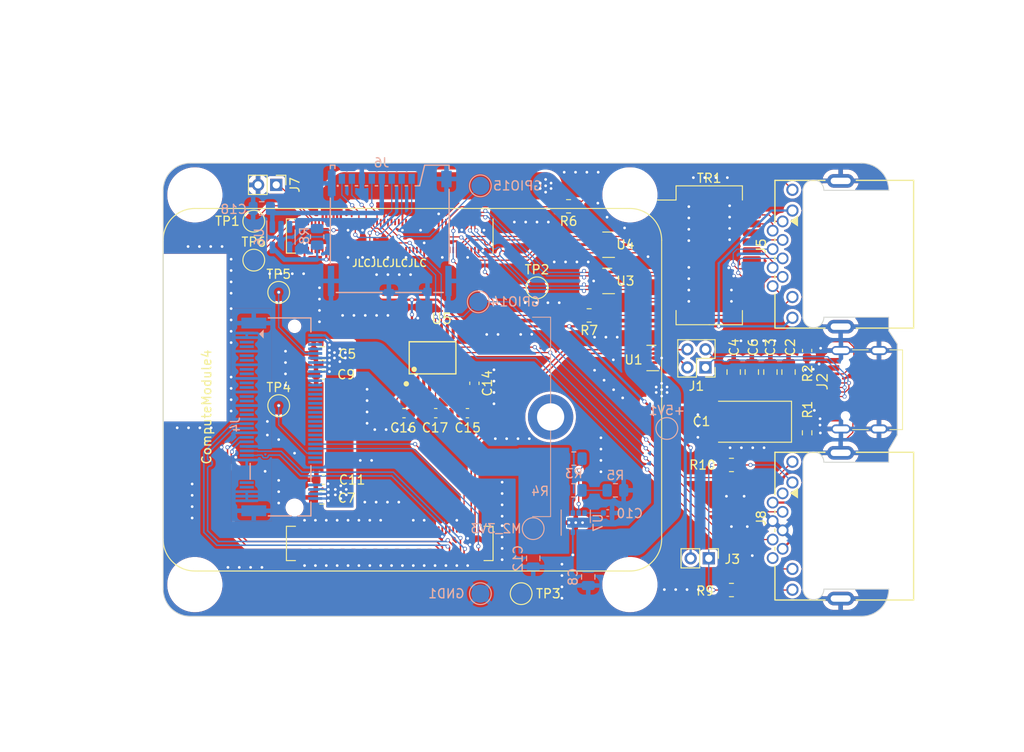
<source format=kicad_pcb>
(kicad_pcb (version 20221018) (generator pcbnew)
  (layers (0 "F.Cu" signal) (1 "In1.Cu" signal) (2 "In2.Cu" signal) (31 "B.Cu" signal) (34 "B.Paste" user) (35 "F.Paste" user) (36 "B.SilkS" user "B.Silkscreen") (37 "F.SilkS" user "F.Silkscreen") (38 "B.Mask" user) (39 "F.Mask" user) (44 "Edge.Cuts" user))
  (net 0 "")
  (net 1 "GND")
  (net 2 "+5V")
  (net 3 "Net-(U7-SS{slash}TR)")
  (net 4 "/Module B/M2_3V3")
  (net 5 "Net-(U5-VS+)")
  (net 6 "Net-(U5-VS-)")
  (net 7 "Net-(U5-C1+)")
  (net 8 "Net-(U5-C1-)")
  (net 9 "Net-(U5-C2+)")
  (net 10 "Net-(U5-C2-)")
  (net 11 "/Module A/SD_PWR")
  (net 12 "/Module A/GPIO14_UART_TX")
  (net 13 "/Module A/GPIO15_UART_RX")
  (net 14 "/Module B/PCIE_RX_N")
  (net 15 "/Module B/PCIE_RX_P")
  (net 16 "/Module B/PCIE_TX_N")
  (net 17 "/Module B/PCIE_TX_P")
  (net 18 "/Module B/PCIE_nRST")
  (net 19 "/Module B/PCIE_CLK_nREQ")
  (net 20 "/Module B/PCIE_CLK_N")
  (net 21 "/Module B/PCIE_CLK_P")
  (net 22 "Net-(J2-CC1)")
  (net 24 "Net-(J2-CC2)")
  (net 26 "/Module A/DA_P")
  (net 27 "/Module A/DA_N")
  (net 28 "/Module A/DB_P")
  (net 29 "/Module A/DC_P")
  (net 30 "/Module A/DC_N")
  (net 31 "/Module A/DB_N")
  (net 32 "/Module A/DD_P")
  (net 33 "/Module A/DD_N")
  (net 34 "+3.3V")
  (net 35 "/Module A/RS232_RXD")
  (net 36 "/Module A/RS232_TXD")
  (net 37 "/Module A/SD_DAT2")
  (net 38 "/Module A/SD_DAT3")
  (net 39 "/Module A/SD_CMD")
  (net 40 "/Module A/SD_CLK")
  (net 41 "/Module A/SD_DAT0")
  (net 42 "/Module A/SD_DAT1")
  (net 43 "/Module A/TRD3_P")
  (net 44 "/Module A/TRD1_P")
  (net 45 "/Module A/TRD3_N")
  (net 46 "/Module A/TRD1_N")
  (net 47 "/Module A/TRD2_N")
  (net 48 "/Module A/TRD0_N")
  (net 49 "/Module A/TRD2_P")
  (net 50 "/Module A/TRD0_P")
  (net 51 "/Module A/ETH_LEDY")
  (net 52 "/Module A/ETH_LEDG")
  (net 53 "/Module A/SD_PWR_ON")
  (net 54 "/Module B/USB2_N")
  (net 55 "/Module B/USB2_P")
  (net 56 "Net-(U7-PG)")
  (net 57 "Net-(U7-FB)")
  (net 74 "Net-(J3-Pin_1)")
  (net 112 "Net-(ComputeModule4A-+1.8v_(Output)-Pad88)")
  (net 116 "Net-(ComputeModule4A-nRPIBOOT)")
  (net 118 "/Module A/PI_nLED_Activity")
  (net 121 "/Module A/Global_EN")
  (net 123 "/Module A/nPI_LED_PWR")
  (net 183 "/Module B/TYPEC_D_N")
  (net 184 "/Module B/TYPEC_D_P")
  (net 185 "/Module B/USB_OTG_ID")
  (net 186 "/Module B/M2_LED")
  (net 187 "/Module B/PEWAKE")
  (net 223 "Net-(J5-Pad9)")
  (net 224 "Net-(J5-Pad11)")
  (net 226 "Net-(J8-Pad2)")
  (net 228 "Net-(J8-Pad10)")
  (net 229 "Net-(J8-Pad12)")
  (footprint "Resistor_SMD:R_0805_2012Metric" (layer "F.Cu") (at 104.73 79.76 180)
    (fp_text reference "R6")
    (fp_text value "470R")
  )
  (footprint "Capacitor_SMD:C_0603_1608Metric" (layer "F.Cu") (at 77.68 109.93 180)
    (fp_text reference "C11")
    (fp_text value "100nF")
  )
  (footprint "TestPoint:TestPoint_Pad_D2.0mm" (layer "F.Cu") (at 72.75 89.25)
    (fp_text reference "TP5")
    (fp_text value "TestPoint")
  )
  (footprint "Capacitor_SMD:C_0805_2012Metric" (layer "F.Cu") (at 127 98.05 90)
    (fp_text reference "C3")
    (fp_text value "10u")
  )
  (footprint "PiCard:TSSOP-16_L5.0-W4.4-P0.65-LS6.4-BL" (layer "F.Cu") (at 89.725 96.48)
    (fp_text reference "U5")
    (fp_text value "MAX3232" hide)
  )
  (footprint "Capacitor_Tantalum_SMD:CP_EIA-7343-31_Kemet-D" (layer "F.Cu") (at 124.92 103.53 180)
    (fp_text reference "C1")
    (fp_text value "100uF")
  )
  (footprint "PiCard:RJ45-TH_MJ88B-B011-RVL11-P" (layer "F.Cu") (at 131 85 90)
    (fp_text reference "J5")
    (fp_text value "Ethernet" hide)
    (fp_line (start -7 1.9) (end -7 9.05) (stroke (width 0.1)) (layer "Edge.Cuts"))
    (fp_line (start 7 -0.401) (end -7 -0.401) (stroke (width 0.1)) (layer "Edge.Cuts"))
    (fp_line (start 7 1.9) (end 7 9.05) (stroke (width 0.1)) (layer "Edge.Cuts"))
    (fp_arc (start -7 1.9) (mid -8.15601 0.748596) (end -6.999192 -0.401996) (stroke (width 0.1)) (layer "Edge.Cuts"))
    (fp_arc (start 7 -0.401) (mid 8.15501 0.749399) (end 6.999202 1.898996) (stroke (width 0.1)) (layer "Edge.Cuts"))
  )
  (footprint "Resistor_SMD:R_0805_2012Metric" (layer "F.Cu") (at 107 91.8 180)
    (fp_text reference "R7")
    (fp_text value "470R")
  )
  (footprint "Capacitor_SMD:C_0805_2012Metric" (layer "F.Cu") (at 122.95 98.05 90)
    (fp_text reference "C4")
    (fp_text value "10u")
  )
  (footprint "TestPoint:TestPoint_Pad_D2.0mm" (layer "F.Cu") (at 99.5 122.5)
    (fp_text reference "TP3")
    (fp_text value "TestPoint")
  )
  (footprint "Capacitor_SMD:C_0805_2012Metric" (layer "F.Cu") (at 129 98.05 90)
    (fp_text reference "C2")
    (fp_text value "10u")
  )
  (footprint "Capacitor_SMD:C_0805_2012Metric" (layer "F.Cu") (at 124.95 98.05 90)
    (fp_text reference "C6")
    (fp_text value "10u")
  )
  (footprint "Transformer_SMD:Transformer_Ethernet_YDS_30F-51NL_SO-24_7.1x15.1mm" (layer "F.Cu") (at 120.25 85.165)
    (fp_text reference "TR1")
    (fp_text value "30F-51NL")
  )
  (footprint "Capacitor_SMD:C_0603_1608Metric" (layer "F.Cu") (at 86.575 102.584)
    (fp_text reference "C16")
    (fp_text value "100nF")
  )
  (footprint "Capacitor_SMD:C_0603_1608Metric" (layer "F.Cu") (at 77.655 98.34 180)
    (fp_text reference "C9")
    (fp_text value "100nF")
  )
  (footprint "Package_SON:USON-10_2.5x1.0mm_P0.5mm" (layer "F.Cu") (at 109 88 180)
    (fp_text reference "U3")
    (fp_text value "TPD4EUSB30")
  )
  (footprint "Capacitor_SMD:C_0603_1608Metric" (layer "F.Cu") (at 131.05 95.675 90)
    (fp_text reference "R2")
    (fp_text value "5.1K")
  )
  (footprint "Package_SON:USON-10_2.5x1.0mm_P0.5mm" (layer "F.Cu") (at 113.865 96.5 180)
    (fp_text reference "U1")
    (fp_text value "TPD4EUSB30")
  )
  (footprint "PiCard:Raspberry-Pi-4-Compute-Module" (layer "F.Cu") (at 63.5 83.5 -90)
    (fp_text reference "ComputeModule4")
    (fp_text value "ComputeModule4-CM4")
  )
  (footprint "Connector_PinHeader_2.00mm:PinHeader_1x02_P2.00mm_Vertical" (layer "F.Cu") (at 72.475 77.4 -90)
    (fp_text reference "J7")
    (fp_text value "nRPIBOOT Jumper")
  )
  (footprint "PiCard:USB-C-SMD_TYPEC-304J-BCP16" (layer "F.Cu") (at 136.5 100 90)
    (fp_text reference "J2")
    (fp_text value "USB_C_Receptacle_USB2.0_16P" hide)
  )
  (footprint "Capacitor_SMD:C_0805_2012Metric" (layer "F.Cu") (at 77.56 95.99)
    (fp_text reference "C5")
    (fp_text value "10u")
  )
  (footprint "Capacitor_SMD:C_0603_1608Metric" (layer "F.Cu") (at 94.34 99.29 -90)
    (fp_text reference "C14")
    (fp_text value "100nF")
  )
  (footprint "TestPoint:TestPoint_Pad_D2.0mm" (layer "F.Cu") (at 70 81.4)
    (fp_text reference "TP1")
    (fp_text value "TestPoint")
  )
  (footprint "Capacitor_SMD:C_0603_1608Metric" (layer "F.Cu") (at 90.075 102.584)
    (fp_text reference "C17")
    (fp_text value "100nF")
  )
  (footprint "Resistor_SMD:R_0805_2012Metric" (layer "F.Cu") (at 122.7 122.1)
    (fp_text reference "R9")
    (fp_text value "470R")
  )
  (footprint "TestPoint:TestPoint_Pad_D2.0mm" (layer "F.Cu") (at 72.75 101.75)
    (fp_text reference "TP4")
    (fp_text value "TestPoint")
  )
  (footprint "Package_SON:USON-10_2.5x1.0mm_P0.5mm" (layer "F.Cu") (at 109 84 180)
    (fp_text reference "U4")
    (fp_text value "TPD4EUSB30")
  )
  (footprint "Capacitor_SMD:C_0805_2012Metric" (layer "F.Cu") (at 77.54 111.88)
    (fp_text reference "C7")
    (fp_text value "10u")
  )
  (footprint "Connector_PinHeader_2.00mm:PinHeader_2x02_P2.00mm_Vertical" (layer "F.Cu") (at 119.84 97.54 180)
    (fp_text reference "J1")
    (fp_text value "Usb Data Jumper")
  )
  (footprint "Resistor_SMD:R_0603_1608Metric" (layer "F.Cu") (at 131.05 104.75 90)
    (fp_text reference "R1")
    (fp_text value "5.1K")
  )
  (footprint "PiCard:RJ45-TH_MJ88B-B011-RVL11-P" (layer "F.Cu") (at 131 115 90)
    (fp_text reference "J8")
    (fp_text value "RS232" hide)
    (fp_line (start -7 1.9) (end -7 9.05) (stroke (width 0.1)) (layer "Edge.Cuts"))
    (fp_line (start 7 -0.401) (end -7 -0.401) (stroke (width 0.1)) (layer "Edge.Cuts"))
    (fp_line (start 7 1.9) (end 7 9.05) (stroke (width 0.1)) (layer "Edge.Cuts"))
    (fp_arc (start -7 1.9) (mid -8.15601 0.748596) (end -6.999192 -0.401996) (stroke (width 0.1)) (layer "Edge.Cuts"))
    (fp_arc (start 7 -0.401) (mid 8.15501 0.749399) (end 6.999202 1.898996) (stroke (width 0.1)) (layer "Edge.Cuts"))
  )
  (footprint "TestPoint:TestPoint_Pad_D2.0mm" (layer "F.Cu") (at 70 85.7)
    (fp_text reference "TP6")
    (fp_text value "TestPoint")
  )
  (footprint "Capacitor_SMD:C_0603_1608Metric" (layer "F.Cu") (at 93.575 102.584)
    (fp_text reference "C15")
    (fp_text value "100nF")
  )
  (footprint "TestPoint:TestPoint_Pad_D2.0mm" (layer "F.Cu") (at 101.25 88.75)
    (fp_text reference "TP2")
    (fp_text value "TestPoint")
  )
  (footprint "Resistor_SMD:R_0805_2012Metric" (layer "F.Cu") (at 122.7 108.3 180)
    (fp_text reference "R10")
    (fp_text value "470R")
  )
  (footprint "Connector_PinHeader_2.00mm:PinHeader_1x02_P2.00mm_Vertical" (layer "F.Cu") (at 120.2 118.6 -90)
    (fp_text reference "J3")
    (fp_text value "UART Activity Jumper")
  )
  (footprint "Resistor_SMD:R_0805_2012Metric" (layer "B.Cu") (at 76.99 83.13 90)
    (fp_text reference "R8")
    (fp_text value "12K 1%")
  )
  (footprint "Resistor_SMD:R_0805_2012Metric" (layer "B.Cu") (at 105.3125 107.6)
    (fp_text reference "R3")
    (fp_text value "100k")
  )
  (footprint "Resistor_SMD:R_0805_2012Metric" (layer "B.Cu") (at 105.3 111.1)
    (fp_text reference "R4")
    (fp_text value "309k")
  )
  (footprint "Capacitor_SMD:C_0805_2012Metric" (layer "B.Cu") (at 106.9 120.65 -90)
    (fp_text reference "C8")
    (fp_text value "22uF")
  )
  (footprint "PiCard:CONN-SMD_APCI0146-P001A" (layer "B.Cu") (at 73 103 -90)
    (fp_text reference "J4")
    (fp_text value "Bus_M.2_Socket_M" hide)
  )
  (footprint "TestPoint:TestPoint_Pad_D2.0mm" (layer "B.Cu") (at 115.575 104.275 180)
    (fp_text reference "+5V1")
    (fp_text value "TestPoint")
  )
  (footprint "Resistor_SMD:R_0805_2012Metric" (layer "B.Cu") (at 109.9 111.1 180)
    (fp_text reference "R5")
    (fp_text value "100k")
  )
  (footprint "PiCard:TF-SMD_503398-1892" (layer "B.Cu") (at 85 83 180)
    (fp_text reference "J6")
    (fp_text value "Micro_SD_Card_Det2" hide)
  )
  (footprint "TestPoint:TestPoint_Pad_D2.0mm" (layer "B.Cu") (at 95 77.5 180)
    (fp_text reference "GPIO15")
    (fp_text value "TestPoint")
  )
  (footprint "Capacitor_SMD:C_0805_2012Metric" (layer "B.Cu") (at 100.833114 118.6 -90)
    (fp_text reference "C12")
    (fp_text value "22uF")
  )
  (footprint "Package_TO_SOT_SMD:TSOT-23-5" (layer "B.Cu") (at 73 83.17 -90)
    (fp_text reference "U6")
    (fp_text value "RT9742GGJ5")
  )
  (footprint "PiCard:Texas_SIL0008D_MicroSiP-8-1EP_2.8x3mm_P0.65mm_EP1.1x1.9mm_ThermalVias" (layer "B.Cu") (at 105.525 114.6625 90)
    (fp_text reference "U7")
    (fp_text value "TPS82130")
  )
  (footprint "TestPoint:TestPoint_Pad_D2.0mm" (layer "B.Cu") (at 94.77 90.3 180)
    (fp_text reference "GPIO14")
    (fp_text value "TestPoint")
  )
  (footprint "TestPoint:TestPoint_Pad_D2.0mm" (layer "B.Cu") (at 100.825 115.325 180)
    (fp_text reference "M2_3V3")
    (fp_text value "TestPoint")
  )
  (footprint "Capacitor_SMD:C_0402_1005Metric" (layer "B.Cu") (at 109.055 113.6 180)
    (fp_text reference "C10")
    (fp_text value "430pF")
  )
  (footprint "Capacitor_SMD:C_0805_2012Metric" (layer "B.Cu") (at 70.88 79.99 180)
    (fp_text reference "C18")
    (fp_text value "10uF")
  )
  (footprint "TestPoint:TestPoint_Pad_D2.0mm" (layer "B.Cu") (at 95 122.5 180)
    (fp_text reference "GND1")
    (fp_text value "TestPoint")
  )
  (gr_line (start 140.05 92) (end 140.05 93.2) (stroke (width 0.1)) (layer "Edge.Cuts"))
  (gr_line (start 141 94.95) (end 141 105) (stroke (width 0.1)) (layer "Edge.Cuts"))
  (gr_arc (start 137.06 75) (mid 139.18132 75.87868) (end 140.06 78) (stroke (width 0.1)) (layer "Edge.Cuts"))
  (gr_line (start 140.05 93.2) (end 140.05 93.5) (stroke (width 0.1)) (layer "Edge.Cuts"))
  (gr_arc (start 140.06 122) (mid 139.18132 124.12132) (end 137.06 125) (stroke (width 0.1)) (layer "Edge.Cuts"))
  (gr_line (start 140.05 106.6) (end 141 105) (stroke (width 0.1)) (layer "Edge.Cuts"))
  (gr_arc (start 63 125) (mid 60.87868 124.12132) (end 60 122) (stroke (width 0.1)) (layer "Edge.Cuts"))
  (gr_line (start 60 122) (end 60 78) (stroke (width 0.1)) (layer "Edge.Cuts"))
  (gr_line (start 140.05 106.9) (end 140.05 106.6) (stroke (width 0.1)) (layer "Edge.Cuts"))
  (gr_line (start 140.06 78) (end 140.05 78) (stroke (width 0.1)) (layer "Edge.Cuts"))
  (gr_arc (start 60 78) (mid 60.87868 75.87868) (end 63 75) (stroke (width 0.1)) (layer "Edge.Cuts"))
  (gr_line (start 63 75) (end 137 75) (stroke (width 0.1)) (layer "Edge.Cuts"))
  (gr_line (start 140.05 93.5) (end 141 94.95) (stroke (width 0.1)) (layer "Edge.Cuts"))
  (gr_line (start 137 125) (end 63 125) (stroke (width 0.1)) (layer "Edge.Cuts"))
  (gr_line (start 140.05 122) (end 140.06 122) (stroke (width 0.1)) (layer "Edge.Cuts"))
  (gr_line (start 137 75) (end 137.06 75) (stroke (width 0.1)) (layer "Edge.Cuts"))
  (gr_line (start 140.05 108) (end 140.05 106.9) (stroke (width 0.1)) (layer "Edge.Cuts"))
  (gr_line (start 137 125) (end 137.06 125) (stroke (width 0.1)) (layer "Edge.Cuts"))
  (gr_text "JLCJLCJLCJLC" (at 80.75 86.5) (layer "F.SilkS") (effects (font (size 0.8 0.8)) (justify left bottom)))
  (segment (start 91.2 115.42) (end 91.2 115.8) (width 0.2) (layer "F.Cu") (net 1))
  (segment (start 84.4 81.5) (end 84.4 80.66) (width 0.2) (layer "F.Cu") (net 1))
  (segment (start 76.86 98.32) (end 76.88 98.34) (width 0.5) (layer "F.Cu") (net 1))
  (segment (start 92.4 85.33) (end 92.47 85.4) (width 0.2) (layer "F.Cu") (net 1))
  (segment (start 83.2 81.5) (end 83.2 81.94) (width 0.13) (layer "F.Cu") (net 1))
  (segment (start 94.8 81.8) (end 95.4 82.4) (width 0.2) (layer "F.Cu") (net 1))
  (segment (start 82 85.4) (end 82 84.58) (width 0.2) (layer "F.Cu") (net 1))
  (segment (start 90 118.5) (end 90 119.4) (width 0.2) (layer "F.Cu") (net 1))
  (segment (start 88.8 118.5) (end 88.8 119.4) (width 0.2) (layer "F.Cu") (net 1))
  (segment (start 76.8 114.4) (end 76.8 115.42) (width 0.2) (layer "F.Cu") (net 1))
  (segment (start 95.27 84.66) (end 95.22 84.61) (width 0.2) (layer "F.Cu") (net 1))
  (segment (start 87.6 114.4) (end 87.6 115.42) (width 0.2) (layer "F.Cu") (net 1))
  (segment (start 81.6 114.4) (end 81.6 115.42) (width 0.2) (layer "F.Cu") (net 1))
  (segment (start 80.4 84.58) (end 80.4 83.85) (width 0.2) (layer "F.Cu") (net 1))
  (segment (start 83.2 85.4) (end 83.2 84.58) (width 0.2) (layer "F.Cu") (net 1))
  (segment (start 75.6 118.5) (end 75.6 119.4) (width 0.2) (layer "F.Cu") (net 1))
  (segment (start 76.61 95.99) (end 76.86 96.24) (width 0.5) (layer "F.Cu") (net 1))
  (segment (start 80.8 81.5) (end 80.8 82) (width 0.2) (layer "F.Cu") (net 1))
  (segment (start 92.4 81.5) (end 92.4 82) (width 0.2) (layer "F.Cu") (net 1))
  (segment (start 92.98 82.4) (end 92.95 82.37) (width 0.2) (layer "F.Cu") (net 1))
  (segment (start 76.84 109.995) (end 76.84 111.63) (width 0.5) (layer "F.Cu") (net 1))
  (segment (start 91.2 114.87) (end 91.67 114.4) (width 0.2) (layer "F.Cu") (net 1))
  (segment (start 82.8 118.5) (end 82.8 119.4) (width 0.2) (layer "F.Cu") (net 1))
  (segment (start 84.8 85.4) (end 84.8 84.58) (width 0.2) (layer "F.Cu") (net 1))
  (segment (start 93.18 82.4) (end 92.98 82.4) (width 0.2) (layer "F.Cu") (net 1))
  (segment (start 107.5 88) (end 110 88) (width 0.25) (layer "F.Cu") (net 1))
  (segment (start 88.8 83.8) (end 88.8 84.58) (width 0.2) (layer "F.Cu") (net 1))
  (segment (start 92.4 114.4) (end 92.4 115.42) (width 0.2) (layer "F.Cu") (net 1))
  (segment (start 86.4 82.4) (end 86.4 81.5) (width 0.2) (layer "F.Cu") (net 1))
  (segment (start 91.2 84.58) (end 91.2 85.19) (width 0.2) (layer "F.Cu") (net 1))
  (segment (start 80.8 82) (end 80.4 82.4) (width 0.2) (layer "F.Cu") (net 1))
  (segment (start 83.68 82.18) (end 84.8 83.3) (width 0.13) (layer "F.Cu") (net 1))
  (segment (start 84.8 83.3) (end 84.8 84.58) (width 0.13) (layer "F.Cu") (net 1))
  (segment (start 90.8 85.4) (end 90.8 83.6) (width 0.2) (layer "F.Cu") (net 1))
  (segment (start 92.4 83.72) (end 92.4 84.58) (width 0.2) (layer "F.Cu") (net 1))
  (segment (start 91.67 114.4) (end 92.4 114.4) (width 0.2) (layer "F.Cu") (net 1))
  (segment (start 93.6 118.5) (end 93.6 119.4) (width 0.2) (layer "F.Cu") (net 1))
  (segment (start 93.6 81.98) (end 93.18 82.4) (width 0.2) (layer "F.Cu") (net 1))
  (segment (start 91.2 115.8) (end 90.8 116.2) (width 0.2) (layer "F.Cu") (net 1))
  (segment (start 91.2 83.65) (end 91.2 83.8) (width 0.2) (layer "F.Cu") (net 1))
  (segment (start 88.8 114.4) (end 88.8 115.42) (width 0.2) (layer "F.Cu") (net 1))
  (segment (start 93.6 115.42) (end 93.6 116.4) (width 0.2) (layer "F.Cu") (net 1))
  (segment (start 92.4 118.5) (end 92.4 119.4) (width 0.2) (layer "F.Cu") (net 1))
  (segment (start 89.53 114.4) (end 90 114.87) (width 0.2) (layer "F.Cu") (net 1))
  (segment (start 87.6 118.5) (end 87.6 119.4) (width 0.2) (layer "F.Cu") (net 1))
  (segment (start 90 114.87) (end 90 115.42) (width 0.2) (layer "F.Cu") (net 1))
  (segment (start 88.4 82.4) (end 88.4 81.5) (width 0.2) (layer "F.Cu") (net 1))
  (segment (start 86.4 81.5) (end 86.4 80.73) (width 0.2) (layer "F.Cu") (net 1))
  (segment (start 91.2 118.5) (end 91.2 119.4) (width 0.2) (layer "F.Cu") (net 1))
  (segment (start 93.6 81.5) (end 93.6 81.98) (width 0.2) (layer "F.Cu") (net 1))
  (segment (start 83.2 81.94) (end 83.44 82.18) (width 0.13) (layer "F.Cu") (net 1))
  (segment (start 90.4 81.5) (end 90.4 82.4) (width 0.2) (layer "F.Cu") (net 1))
  (segment (start 91.2 115.42) (end 91.2 114.87) (width 0.2) (layer "F.Cu") (net 1))
  (segment (start 79.2 118.5) (end 79.2 119.4) (width 0.2) (layer "F.Cu") (net 1))
  (segment (start 76.8 118.5) (end 76.8 119.4) (width 0.2) (layer "F.Cu") (net 1))
  (segment (start 76.84 111.63) (end 76.59 111.88) (width 0.5) (layer "F.Cu") (net 1))
  (segment (start 92.4 84.58) (end 92.4 85.33) (width 0.2) (layer "F.Cu") (net 1))
  (segment (start 76.905 109.93) (end 76.84 109.995) (width 0.5) (layer "F.Cu") (net 1))
  (segment (start 92.95 82.37) (end 92.92 82.4) (width 0.2) (layer "F.Cu") (net 1))
  (segment (start 108.615 84) (end 108 84) (width 0.25) (layer "F.Cu") (net 1))
  (segment (start 93.6 85.4) (end 93.6 84.58) (width 0.2) (layer "F.Cu") (net 1))
  (segment (start 80.4 118.5) (end 80.4 119.4) (width 0.2) (layer "F.Cu") (net 1))
  (segment (start 84 118.5) (end 84 119.4) (width 0.2) (layer "F.Cu") (net 1))
  (segment (start 82 84.58) (end 82 83.83) (width 0.2) (layer "F.Cu") (net 1))
  (segment (start 82 81.5) (end 82 82.4) (width 0.2) (layer "F.Cu") (net 1))
  (segment (start 92.47 85.4) (end 93.6 85.4) (width 0.2) (layer "F.Cu") (net 1))
  (segment (start 90.4 80.6) (end 90.4 81.5) (width 0.2) (layer "F.Cu") (net 1))
  (segment (start 88.1 92.1) (end 88.1 93.614) (width 0.13) (layer "F.Cu") (net 1))
  (segment (start 94.83 84.61) (end 94.8 84.58) (width 0.2) (layer "F.Cu") (net 1))
  (segment (start 79.2 114.4) (end 79.2 115.42) (width 0.2) (layer "F.Cu") (net 1))
  (segment (start 75.6 114.4) (end 75.6 115.42) (width 0.2) (layer "F.Cu") (net 1))
  (segment (start 86.8 85.4) (end 86.8 84.58) (width 0.2) (layer "F.Cu") (net 1))
  (segment (start 88.8 114.4) (end 89.53 114.4) (width 0.2) (layer "F.Cu") (net 1))
  (segment (start 84 114.4) (end 84 115.42) (width 0.2) (layer "F.Cu") (net 1))
  (segment (start 92.4 82) (end 92.8 82.4) (width 0.2) (layer "F.Cu") (net 1))
  (segment (start 132.48 103.2) (end 134.019 103.2) (width 0.5) (layer "F.Cu") (net 1))
  (segment (start 81.6 118.5) (end 81.6 119.4) (width 0.2) (layer "F.Cu") (net 1))
  (segment (start 91.2 84.58) (end 91.2 83.8) (width 0.2) (layer "F.Cu") (net 1))
  (segment (start 85.2 118.5) (end 85.2 119.4) (width 0.2) (layer "F.Cu") (net 1))
  (segment (start 113.48 96.5) (end 115 96.5) (width 0.25) (layer "F.Cu") (net 1))
  (segment (start 86.4 118.5) (end 86.4 119.4) (width 0.2) (layer "F.Cu") (net 1))
  (segment (start 80.4 114.4) (end 80.4 115.42) (width 0.2) (layer "F.Cu") (net 1))
  (segment (start 78 118.5) (end 78 119.4) (width 0.2) (layer "F.Cu") (net 1))
  (segment (start 92.92 82.4) (end 92.8 82.4) (width 0.2) (layer "F.Cu") (net 1))
  (segment (start 94.8 81.5) (end 94.8 81.8) (width 0.2) (layer "F.Cu") (net 1))
  (segment (start 75.6 83.85) (end 75.6 85.47) (width 0.2) (layer "F.Cu") (net 1))
  (segment (start 132.74 96.8) (end 134.019 96.8) (width 0.5) (layer "F.Cu") (net 1))
  (segment (start 78 114.4) (end 78 115.42) (width 0.2) (layer "F.Cu") (net 1))
  (segment (start 132.37 97.17) (end 132.74 96.8) (width 0.5) (layer "F.Cu") (net 1))
  (segment (start 108.615 84) (end 111.5 84) (width 0.25) (layer "F.Cu") (net 1))
  (segment (start 76.86 96.24) (end 76.86 98.32) (width 0.5) (layer "F.Cu") (net 1))
  (segment (start 80.4 84.58) (end 80.4 85.4) (width 0.2) (layer "F.Cu") (net 1))
  (segment (start 95.22 84.61) (end 94.83 84.61) (width 0.2) (layer "F.Cu") (net 1))
  (segment (start 83.44 82.18) (end 83.68 82.18) (width 0.13) (layer "F.Cu") (net 1))
  (segment (start 88.8 84.58) (end 88.8 85.24) (width 0.2) (layer "F.Cu") (net 1))
  (segment (start 82.8 114.4) (end 82.8 115.42) (width 0.2) (layer "F.Cu") (net 1))
  (segment (start 88.4 81.5) (end 88.4 80.53) (width 0.2) (layer "F.Cu") (net 1))
  (via (at 97.4 116.25) (size 0.45) (drill 0.3) (layers "F.Cu" "B.Cu") (net 1))
  (via (at 67.5 98.6) (size 0.45) (drill 0.3) (layers "F.Cu" "B.Cu") (net 1))
  (via (at 72.75 111.25) (size 0.45) (drill 0.3) (layers "F.Cu" "B.Cu") (net 1))
  (via (at 97.4 110.2) (size 0.45) (drill 0.3) (layers "F.Cu" "B.Cu") (net 1))
  (via (at 72.75 110) (size 0.45) (drill 0.3) (layers "F.Cu" "B.Cu") (net 1))
  (via (at 76.8 114.4) (size 0.45) (drill 0.3) (layers "F.Cu" "B.Cu") (net 1))
  (via (at 105.5 76) (size 0.45) (drill 0.3) (layers "F.Cu" "B.Cu") (net 1))
  (via (at 88.8 114.4) (size 0.45) (drill 0.3) (layers "F.Cu" "B.Cu") (net 1))
  (via (at 67.5 102.35) (size 0.45) (drill 0.3) (layers "F.Cu" "B.Cu") (net 1))
  (via (at 86.05 87.3) (size 0.45) (drill 0.3) (layers "F.Cu" "B.Cu") (net 1))
  (via (at 79.2 119.4) (size 0.45) (drill 0.3) (layers "F.Cu" "B.Cu") (net 1))
  (via (at 73 87.2) (size 0.45) (drill 0.3) (layers "F.Cu" "B.Cu") (net 1))
  (via (at 118 83.55) (size 0.45) (drill 0.3) (layers "F.Cu" "B.Cu") (net 1))
  (via (at 68 107.45) (size 0.45) (drill 0.3) (layers "F.Cu" "B.Cu") (net 1))
  (via (at 124.1 111.75) (size 0.45) (drill 0.3) (layers "F.Cu" "B.Cu") (net 1))
  (via (at 75.6 114.4) (size 0.45) (drill 0.3) (layers "F.Cu" "B.Cu") (net 1))
  (via (at 100.4 105.4) (size 0.45) (drill 0.3) (layers "F.Cu" "B.Cu") (net 1))
  (via (at 76.8 119.4) (size 0.45) (drill 0.3) (layers "F.Cu" "B.Cu") (net 1))
  (via (at 99.95 90.4) (size 0.45) (drill 0.3) (layers "F.Cu" "B.Cu") (net 1))
  (via (at 67.5 86.85) (size 0.45) (drill 0.3) (layers "F.Cu" "B.Cu") (net 1))
  (via (at 119.75 76.6) (size 0.45) (drill 0.3) (layers "F.Cu" "B.Cu") (net 1))
  (via (at 71.5 105) (size 0.45) (drill 0.3) (layers "F.Cu" "B.Cu") (net 1))
  (via (at 107.6 94.2) (size 0.45) (drill 0.3) (layers "F.Cu" "B.Cu") (net 1))
  (via (at 82 85.4) (size 0.45) (drill 0.3) (layers "F.Cu" "B.Cu") (net 1))
  (via (at 96.95 93.9) (size 0.45) (drill 0.3) (layers "F.Cu" "B.Cu") (net 1))
  (via (at 83.35 104.4) (size 0.45) (drill 0.3) (layers "F.Cu" "B.Cu") (net 1))
  (via (at 108 76) (size 0.45) (drill 0.3) (layers "F.Cu" "B.Cu") (net 1))
  (via (at 102.5 81.5) (size 0.45) (drill 0.3) (layers "F.Cu" "B.Cu") (net 1))
  (via (at 82.5 101.2) (size 0.45) (drill 0.3) (layers "F.Cu" "B.Cu") (net 1))
  (via (at 78 114.4) (size 0.45) (drill 0.3) (layers "F.Cu" "B.Cu") (net 1))
  (via (at 63.2 110.4) (size 0.45) (drill 0.3) (layers "F.Cu" "B.Cu") (net 1))
  (via (at 97.4 112.7) (size 0.45) (drill 0.3) (layers "F.Cu" "B.Cu") (net 1))
  (via (at 116.55 122.05) (size 0.45) (drill 0.3) (layers "F.Cu" "B.Cu") (net 1))
  (via (at 67.5 91.05) (size 0.45) (drill 0.3) (layers "F.Cu" "B.Cu") (net 1))
  (via (at 75.6 83.85) (size 0.45) (drill 0.3) (layers "F.Cu" "B.Cu") (net 1))
  (via (at 85.85 104.4) (size 0.45) (drill 0.3) (layers "F.Cu" "B.Cu") (net 1))
  (via (at 119 105.25) (size 0.45) (drill 0.3) (layers "F.Cu" "B.Cu") (net 1))
  (via (at 88.4 82.4) (size 0.45) (drill 0.3) (layers "F.Cu" "B.Cu") (net 1))
  (via (at 83.55 87.3) (size 0.45) (drill 0.3) (layers "F.Cu" "B.Cu") (net 1))
  (via (at 97.4 115) (size 0.45) (drill 0.3) (layers "F.Cu" "B.Cu") (net 1))
  (via (at 84 114.4) (size 0.45) (drill 0.3) (layers "F.Cu" "B.Cu") (net 1))
  (via (at 109.67 96.7) (size 0.45) (drill 0.3) (layers "F.Cu" "B.Cu") (net 1))
  (via (at 67.5 93.55) (size 0.45) (drill 0.3) (layers "F.Cu" "B.Cu") (net 1))
  (via (at 105.65 85.9) (size 0.45) (drill 0.3) (layers "F.Cu" "B.Cu") (net 1))
  (via (at 87.6 119.4) (size 0.45) (drill 0.3) (layers "F.Cu" "B.Cu") (net 1))
  (via (at 75.6 119.4) (size 0.45) (drill 0.3) (layers "F.Cu" "B.Cu") (net 1))
  (via (at 118 82.3) (size 0.45) (drill 0.3) (layers "F.Cu" "B.Cu") (net 1))
  (via (at 118 89) (size 0.45) (drill 0.3) (layers "F.Cu" "B.Cu") (net 1))
  (via (at 73.5 95.75) (size 0.45) (drill 0.3) (layers "F.Cu" "B.Cu") (net 1))
  (via (at 113.5 85.32) (size 0.45) (drill 0.3) (layers "F.Cu" "B.Cu") (net 1))
  (via (at 110.7 100.9) (size 0.45) (drill 0.3) (layers "F.Cu" "B.Cu") (net 1))
  (via (at 122.5 82.2) (size 0.45) (drill 0.3) (layers "F.Cu" "B.Cu") (net 1))
  (via (at 118 81.05) (size 0.45) (drill 0.3) (layers "F.Cu" "B.Cu") (net 1))
  (via (at 119 104) (size 0.45) (drill 0.3) (layers "F.Cu" "B.Cu") (net 1))
  (via (at 104.4 85.9) (size 0.45) (drill 0.3) (layers "F.Cu" "B.Cu") (net 1))
  (via (at 75.5 87.2) (size 0.45) (drill 0.3) (layers "F.Cu" "B.Cu") (net 1))
  (via (at 82.3 91.8) (size 0.45) (drill 0.3) (layers "F.Cu" "B.Cu") (net 1))
  (via (at 84.8 85.4) (size 0.45) (drill 0.3) (layers "F.Cu" "B.Cu") (net 1))
  (via (at 93.85 117.1) (size 0.45) (drill 0.3) (layers "F.Cu" "B.Cu") (net 1))
  (via (at 82.8 114.4) (size 0.45) (drill 0.3) (layers "F.Cu" "B.Cu") (net 1))
  (via (at 100.67 93.88) (size 0.45) (drill 0.3) (layers "F.Cu" "B.Cu") (net 1))
  (via (at 102.45 90.4) (size 0.45) (drill 0.3) (layers "F.Cu" "B.Cu") (net 1))
  (via (at 82.5 103.7) (size 0.45) (drill 0.3) (layers "F.Cu" "B.Cu") (net 1))
  (via (at 67.5 89.35) (size 0.45) (drill 0.3) (layers "F.Cu" "B.Cu") (net 1))
  (via (at 92.4 119.4) (size 0.45) (drill 0.3) (layers "F.Cu" "B.Cu") (net 1))
  (via (at 65.3 104.2) (size 0.45) (drill 0.3) (layers "F.Cu" "B.Cu") (net 1))
  (via (at 88.8 83.8) (size 0.45) (drill 0.3) (layers "F.Cu" "B.Cu") (net 1))
  (via (at 118 79.8) (size 0.45) (drill 0.3) (layers "F.Cu" "B.Cu") (net 1))
  (via (at 84.8 91.8) (size 0.45) (drill 0.3) (layers "F.Cu" "B.Cu") (net 1))
  (via (at 82.8 119.4) (size 0.45) (drill 0.3) (layers "F.Cu" "B.Cu") (net 1))
  (via (at 108.3 109.05) (size 0.45) (drill 0.3) (layers "F.Cu" "B.Cu") (net 1))
  (via (at 122.7 90.25) (size 0.45) (drill 0.3) (layers "F.Cu" "B.Cu") (net 1))
  (via (at 90.8 116.2) (size 0.45) (drill 0.3) (layers "F.Cu" "B.Cu") (net 1))
  (via (at 122.15 111.75) (size 0.45) (drill 0.3) (layers "F.Cu" "B.Cu") (net 1))
  (via (at 86.4 119.4) (size 0.45) (drill 0.3) (layers "F.Cu" "B.Cu") (net 1))
  (via (at 90.4 80.6) (size 0.45) (drill 0.3) (layers "F.Cu" "B.Cu") (net 1))
  (via (at 83.55 91.8) (size 0.45) (drill 0.3) (layers "F.Cu" "B.Cu") (net 1))
  (via (at 69.65 119.6) (size 0.45) (drill 0.3) (layers "F.Cu" "B.Cu") (net 1))
  (via (at 81.6 114.4) (size 0.45) (drill 0.3) (layers "F.Cu" "B.Cu") (net 1))
  (via (at 125.05 106.4) (size 0.45) (drill 0.3) (layers "F.Cu" "B.Cu") (net 1))
  (via (at 108.98 80.96) (size 0.45) (drill 0.3) (layers "F.Cu" "B.Cu") (net 1))
  (via (at 110.1 94.2) (size 0.45) (drill 0.3) (layers "F.Cu" "B.Cu") (net 1))
  (via (at 90.8 85.4) (size 0.45) (drill 0.3) (layers "F.Cu" "B.Cu") (net 1))
  (via (at 98.75 81.5) (size 0.45) (drill 0.3) (layers "F.Cu" "B.Cu") (net 1))
  (via (at 66.5 84.2) (size 0.45) (drill 0.3) (layers "F.Cu" "B.Cu") (net 1))
  (via (at 124.45 115.1) (size 0.45) (drill 0.3) (layers "F.Cu" "B.Cu") (net 1))
  (via (at 122.95 87.45) (size 0.45) (drill 0.3) (layers "F.Cu" "B.Cu") (net 1))
  (via (at 88.1 92.1) (size 0.45) (drill 0.3) (layers "F.Cu" "B.Cu") (net 1))
  (via (at 95.7 93.9) (size 0.45) (drill 0.3) (layers "F.Cu" "B.Cu") (net 1))
  (via (at 83 107.8) (size 0.45) (drill 0.3) (layers "F.Cu" "B.Cu") (net 1))
  (via (at 71.75 87.2) (size 0.45) (drill 0.3) (layers "F.Cu" "B.Cu") (net 1))
  (via (at 104 123) (size 0.45) (drill 0.3) (layers "F.Cu" "B.Cu") (net 1))
  (via (at 108.3 107.8) (size 0.45) (drill 0.3) (layers "F.Cu" "B.Cu") (net 1))
  (via (at 103.7 90.4) (size 0.45) (drill 0.3) (layers "F.Cu" "B.Cu") (net 1))
  (via (at 82.5 102.45) (size 0.45) (drill 0.3) (layers "F.Cu" "B.Cu") (net 1))
  (via (at 73.5 98.25) (size 0.45) (drill 0.3) (layers "F.Cu" "B.Cu") (net 1))
  (via (at 122.5 83.45) (size 0.45) (drill 0.3) (layers "F.Cu" "B.Cu") (net 1))
  (via (at 118 87.75) (size 0.45) (drill 0.3) (layers "F.Cu" "B.Cu") (net 1))
  (via (at 126.25 94.6) (size 0.45) (drill 0.3) (layers "F.Cu" "B.Cu") (net 1))
  (via (at 71.5 103.5) (size 0.45) (drill 0.3) (layers "F.Cu" "B.Cu") (net 1))
  (via (at 118.5 76.6) (size 0.45) (drill 0.3) (layers "F.Cu" "B.Cu") (net 1))
  (via (at 62.8 104.2) (size 0.45) (drill 0.3) (layers "F.Cu" "B.Cu") (net 1))
  (via (at 86 112.4) (size 0.45) (drill 0.3) (layers "F.Cu" "B.Cu") (net 1))
  (via (at 87.3 87.3) (size 0.45) (drill 0.3) (layers "F.Cu" "B.Cu") (net 1))
  (via (at 97.4 118.75) (size 0.45) (drill 0.3) (layers "F.Cu" "B.Cu") (net 1))
  (via (at 62.75 84.2) (size 0.45) (drill 0.3) (layers "F.Cu" "B.Cu") (net 1))
  (via (at 73.5 97) (size 0.45) (drill 0.3) (layers "F.Cu" "B.Cu") (net 1))
  (via (at 86.4 82.4) (size 0.45) (drill 0.3) (layers "F.Cu" "B.Cu") (net 1))
  (via (at 97.4 111.45) (size 0.45) (drill 0.3) (layers "F.Cu" "B.Cu") (net 1))
  (via (at 123.75 94.6) (size 0.45) (drill 0.3) (layers "F.Cu" "B.Cu") (net 1))
  (via (at 122.4 86.55) (size 0.45) (drill 0.3) (layers "F.Cu" "B.Cu") (net 1))
  (via (at 82.5 99.95) (size 0.45) (drill 0.3) (layers "F.Cu" "B.Cu") (net 1))
  (via (at 68.4 119.6) (size 0.45) (drill 0.3) (layers "F.Cu" "B.Cu") (net 1))
  (via (at 99.45 93.9) (size 0.45) (drill 0.3) (layers "F.Cu" "B.Cu") (net 1))
  (via (at 67.15 119.6) (size 0.45) (drill 0.3) (layers "F.Cu" "B.Cu") (net 1))
  (via (at 93.6 119.4) (size 0.45) (drill 0.3) (layers "F.Cu" "B.Cu") (net 1))
  (via (at 64 84.2) (size 0.45) (drill 0.3) (layers "F.Cu" "B.Cu") (net 1))
  (via (at 101.2 90.4) (size 0.45) (drill 0.3) (layers "F.Cu" "B.Cu") (net 1))
  (via (at 122.7 115.1) (size 0.45) (drill 0.3) (layers "F.Cu" "B.Cu") (net 1))
  (via (at 119 102.75) (size 0.45) (drill 0.3) (layers "F.Cu" "B.Cu") (net 1))
  (via (at 93.6 116.4) (size 0.45) (drill 0.3) (layers "F.Cu" "B.Cu") (net 1))
  (via (at 67.5 99.85) (size 0.45) (drill 0.3) (layers "F.Cu" "B.Cu") (net 1))
  (via (at 67.5 88.1) (size 0.45) (drill 0.3) (layers "F.Cu" "B.Cu") (net 1))
  (via (at 104 120.5) (size 0.45) (drill 0.3) (layers "F.Cu" "B.Cu") (net 1))
  (via (at 115 96.5) (size 0.45) (drill 0.3) (layers "F.Cu" "B.Cu") (net 1))
  (via (at 122.7 89) (size 0.45) (drill 0.3) (layers "F.Cu" "B.Cu") (net 1))
  (via (at 108.85 94.2) (size 0.45) (drill 0.3) (layers "F.Cu" "B.Cu") (net 1))
  (via (at 79.8 91.8) (size 0.45) (drill 0.3) (layers "F.Cu" "B.Cu") (net 1))
  (via (at 132.48 103.2) (size 0.45) (drill 0.3) (layers "F.Cu" "B.Cu") (net 1))
  (via (at 79.2 114.4) (size 0.45) (drill 0.3) (layers "F.Cu" "B.Cu") (net 1))
  (via (at 81.75 107.8) (size 0.45) (drill 0.3) (layers "F.Cu" "B.Cu") (net 1))
  (via (at 108.3 105.3) (size 0.45) (drill 0.3) (layers "F.Cu" "B.Cu") (net 1))
  (via (at 81.6 119.4) (size 0.45) (drill 0.3) (layers "F.Cu" "B.Cu") (net 1))
  (via (at 110.91 82.15) (size 0.45) (drill 0.3) (layers "F.Cu" "B.Cu") (net 1))
  (via (at 118 90.25) (size 0.45) (drill 0.3) (layers "F.Cu" "B.Cu") (net 1))
  (via (at 66.425 106.35) (size 0.45) (drill 0.3) (layers "F.Cu" "B.Cu") (net 1))
  (via (at 92.95 82.37) (size 0.45) (drill 0.3) (layers "F.Cu" "B.Cu") (net 1))
  (via (at 92.4 114.4) (size 0.45) (drill 0.3) (layers "F.Cu" "B.Cu") (net 1))
  (via (at 67.5 92.3) (size 0.45) (drill 0.3) (layers "F.Cu" "B.Cu") (net 1))
  (via (at 87.6 114.4) (size 0.45) (drill 0.3) (layers "F.Cu" "B.Cu") (net 1))
  (via (at 106.9 85.9) (size 0.45) (drill 0.3) (layers "F.Cu" "B.Cu") (net 1))
  (via (at 132.47 103.9) (size 0.45) (drill 0.3) (layers "F.Cu" "B.Cu") (net 1))
  (via (at 132.37 97.17) (size 0.45) (drill 0.3) (layers "F.Cu" "B.Cu") (net 1))
  (via (at 108.65 98.95) (size 0.45) (drill 0.3) (layers "F.Cu" "B.Cu") (net 1))
  (via (at 97.4 113.95) (size 0.45) (drill 0.3) (layers "F.Cu" "B.Cu") (net 1))
  (via (at 97.4 117.5) (size 0.45) (drill 0.3) (layers "F.Cu" "B.Cu") (net 1))
  (via (at 126.3 106.4) (size 0.45) (drill 0.3) (layers "F.Cu" "B.Cu") (net 1))
  (via (at 97.9 105.4) (size 0.45) (drill 0.3) (layers "F.Cu" "B.Cu") (net 1))
  (via (at 85.2 119.4) (size 0.45) (drill 0.3) (layers "F.Cu" "B.Cu") (net 1))
  (via (at 122.5 80.95) (size 0.45) (drill 0.3) (layers "F.Cu" "B.Cu") (net 1))
  (via (at 132.54 95.42) (size 0.45) (drill 0.3) (layers "F.Cu" "B.Cu") (net 1))
  (via (at 96.5 100.3) (size 0.45) (drill 0.3) (layers "F.Cu" "B.Cu") (net 1))
  (via (at 73.5 99.5) (size 0.45) (drill 0.3) (layers "F.Cu" "B.Cu") (net 1))
  (via (at 61.55 104.2) (size 0.45) (drill 0.3) (layers "F.Cu" "B.Cu") (net 1))
  (via (at 131.85 102.28) (size 0.45) (drill 0.3) (layers "F.Cu" "B.Cu") (net 1))
  (via (at 82 82.4) (size 0.45) (drill 0.3) (layers "F.Cu" "B.Cu") (net 1))
  (via (at 107.5 88) (size 0.45) (drill 0.3) (layers "F.Cu" "B.Cu") (net 1))
  (via (at 117.8 122.05) (size 0.45) (drill 0.3) (layers "F.Cu" "B.Cu") (net 1))
  (via (at 84.6 104.4) (size 0.45) (drill 0.3) (layers "F.Cu" "B.Cu") (net 1))
  (via (at 67.5 85.6) (size 0.45) (drill 0.3) (layers "F.Cu" "B.Cu") (net 1))
  (via (at 77.25 92.5) (size 0.45) (drill 0.3) (layers "F.Cu" "B.Cu") (net 1))
  (via (at 122.5 79.7) (size 0.45) (drill 0.3) (layers "F.Cu" "B.Cu") (net 1))
  (via (at 96.65 105.4) (size 0.45) (drill 0.3) (layers "F.Cu" "B.Cu") (net 1))
  (via (at 123.8 106.4) (size 0.45) (drill 0.3) (layers "F.Cu" "B.Cu") (net 1))
  (via (at 111.5 84) (size 0.45) (drill 0.3) (layers "F.Cu" "B.Cu") (net 1))
  (via (at 95.4 82.4) (size 0.45) (drill 0.3) (layers "F.Cu" "B.Cu") (net 1))
  (via (at 104 119.25) (size 0.45) (drill 0.3) (layers "F.Cu" "B.Cu") (net 1))
  (via (at 96.5 99.05) (size 0.45) (drill 0.3) (layers "F.Cu" "B.Cu") (net 1))
  (via (at 119.05 122.05) (size 0.45) (drill 0.3) (layers "F.Cu" "B.Cu") (net 1))
  (via (at 96.5 97.8) (size 0.45) (drill 0.3) (layers "F.Cu" "B.Cu") (net 1))
  (via (at 78 119.4) (size 0.45) (drill 0.3) (layers "F.Cu" "B.Cu") (net 1))
  (via (at 67.5 101.1) (size 0.45) (drill 0.3) (layers "F.Cu" "B.Cu") (net 1))
  (via (at 63.2 114.15) (size 0.45) (drill 0.3) (layers "F.Cu" "B.Cu") (net 1))
  (via (at 63.2 111.65) (size 0.45) (drill 0.3) (layers "F.Cu" "B.Cu") (net 1))
  (via (at 84.8 87.3) (size 0.45) (drill 0.3) (layers "F.Cu" "B.Cu") (net 1))
  (via (at 83.2 85.4) (size 0.45) (drill 0.3) (layers "F.Cu" "B.Cu") (net 1))
  (via (at 125 118.3) (size 0.45) (drill 0.3) (layers "F.Cu" "B.Cu") (net 1))
  (via (at 71.25 109) (size 0.45) (drill 0.3) (layers "F.Cu" "B.Cu") (net 1))
  (via (at 127.5 94.6) (size 0.45) (drill 0.3) (layers "F.Cu" "B.Cu") (net 1))
  (via (at 74.5 107) (size 0.45) (drill 0.3) (layers "F.Cu" "B.Cu") (net 1))
  (via (at 80.4 119.4) (size 0.45) (drill 0.3) (layers "F.Cu" "B.Cu") (net 1))
  (via (at 104.25 76) (size 0.45) (drill 0.3) (layers "F.Cu" "B.Cu") (net 1))
  (via (at 132.51 104.77) (size 0.45) (drill 0.3) (layers "F.Cu" "B.Cu") (net 1))
  (via (at 100 81.5) (size 0.45) (drill 0.3) (layers "F.Cu" "B.Cu") (net 1))
  (via (at 107.96 79.41) (size 0.45) (drill 0.3) (layers "F.Cu" "B.Cu") (net 1))
  (via (at 82.25 112.4) (size 0.45) (drill 0.3) (layers "F.Cu" "B.Cu") (net 1))
  (via (at 95.27 84.66) (size 0.45) (drill 0.3) (layers "F.Cu" "B.Cu") (net 1))
  (via (at 90 119.4) (size 0.45) (drill 0.3) (layers "F.Cu" "B.Cu") (net 1))
  (via (at 70.9 119.6) (size 0.45) (drill 0.3) (layers "F.Cu" "B.Cu") (net 1))
  (via (at 77.25 91.25) (size 0.45) (drill 0.3) (layers "F.Cu" "B.Cu") (net 1))
  (via (at 107.6 97.85) (size 0.45) (drill 0.3) (layers "F.Cu" "B.Cu") (net 1))
  (via (at 80.4 85.4) (size 0.45) (drill 0.3) (layers "F.Cu" "B.Cu") (net 1))
  (via (at 125 94.6) (size 0.45) (drill 0.3) (layers "F.Cu" "B.Cu") (net 1))
  (via (at 83.5 112.4) (size 0.45) (drill 0.3) (layers "F.Cu" "B.Cu") (net 1))
  (via (at 80.4 82.4) (size 0.45) (drill 0.3) (layers "F.Cu" "B.Cu") (net 1))
  (via (at 87.1 104.4) (size 0.45) (drill 0.3) (layers "F.Cu" "B.Cu") (net 1))
  (via (at 77.25 88.75) (size 0.45) (drill 0.3) (layers "F.Cu" "B.Cu") (net 1))
  (via (at 103.15 85.9) (size 0.45) (drill 0.3) (layers "F.Cu" "B.Cu") (net 1))
  (via (at 122.25 76.6) (size 0.45) (drill 0.3) (layers "F.Cu" "B.Cu") (net 1))
  (via (at 72.75 112.5) (size 0.45) (drill 0.3) (layers "F.Cu" "B.Cu") (net 1))
  (via (at 84.75 112.4) (size 0.45) (drill 0.3) (layers "F.Cu" "B.Cu") (net 1))
  (via (at 118 86.5) (size 0.45) (drill 0.3) (layers "F.Cu" "B.Cu") (net 1))
  (via (at 109.7 100) (size 0.45) (drill 0.3) (layers "F.Cu" "B.Cu") (net 1))
  (via (at 101.25 81.5) (size 0.45) (drill 0.3) (layers "F.Cu" "B.Cu") (net 1))
  (via (at 96.5 101.55) (size 0.45) (drill 0.3) (layers "F.Cu" "B.Cu") (net 1))
  (via (at 122.55 106.4) (size 0.45) (drill 0.3) (layers "F.Cu" "B.Cu") (net 1))
  (via (at 121 76.6) (size 0.45) (drill 0.3) (layers "F.Cu" "B.Cu") (net 1))
  (via (at 67.5 94.8) (size 0.45) (drill 0.3) (layers "F.Cu" "B.Cu") (net 1))
  (via (at 93.6 85.4) (size 0.45) (drill 0.3) (layers "F.Cu" "B.Cu") (net 1))
  (via (at 77.25 90) (size 0.45) (drill 0.3) (layers "F.Cu" "B.Cu") (net 1))
  (via (at 88.8 119.4) (size 0.45) (drill 0.3) (layers "F.Cu" "B.Cu") (net 1))
  (via (at 131.73 97.74) (size 0.45) (drill 0.3) (layers "F.Cu" "B.Cu") (net 1))
  (via (at 74.25 87.2) (size 0.45) (drill 0.3) (layers "F.Cu" "B.Cu") (net 1))
  (via (at 104 121.75) (size 0.45) (drill 0.3) (layers "F.Cu" "B.Cu") (net 1))
  (via (at 63.2 112.9) (size 0.45) (drill 0.3) (layers "F.Cu" "B.Cu") (net 1))
  (via (at 86.8 85.4) (size 0.45) (drill 0.3) (layers "F.Cu" "B.Cu") (net 1))
  (via (at 130.86 97.79) (size 0.45) (drill 0.3) (layers "F.Cu" "B.Cu") (net 1))
  (via (at 64.05 104.2) (size 0.45) (drill 0.3) (layers "F.Cu" "B.Cu") (net 1))
  (via (at 80.4 114.4) (size 0.45) (drill 0.3) (layers "F.Cu" "B.Cu") (net 1))
  (via (at 91.2 119.4) (size 0.45) (drill 0.3) (layers "F.Cu" "B.Cu") (net 1))
  (via (at 105.2 118.225) (size 0.45) (drill 0.3) (layers "F.Cu" "B.Cu") (net 1))
  (via (at 115.3 122.05) (size 0.45) (drill 0.3) (layers "F.Cu" "B.Cu") (net 1))
  (via (at 84 119.4) (size 0.45) (drill 0.3) (layers "F.Cu" "B.Cu") (net 1))
  (via (at 106.75 76) (size 0.45) (drill 0.3) (layers "F.Cu" "B.Cu") (net 1))
  (via (at 108.3 106.55) (size 0.45) (drill 0.3) (layers "F.Cu" "B.Cu") (net 1))
  (via (at 99.15 105.4) (size 0.45) (drill 0.3) (layers "F.Cu" "B.Cu") (net 1))
  (via (at 72.75 105.5) (size 0.45) (drill 0.3) (layers "F.Cu" "B.Cu") (net 1))
  (via (at 81.05 91.8) (size 0.45) (drill 0.3) (layers "F.Cu" "B.Cu") (net 1))
  (via (at 65.25 84.2) (size 0.45) (drill 0.3) (layers "F.Cu" "B.Cu") (net 1))
  (segment (start 69.225 112.25) (end 69.75 112.25) (width 0.25) (layer "B.Cu") (net 1))
  (segment (start 105.2 115.725) (end 105.2 118.225) (width 0.2) (layer "B.Cu") (net 1))
  (segment (start 78 81.5) (end 78 80.6) (width 0.25) (layer "F.Cu") (net 2))
  (segment (start 80.01 77.5) (end 102.2 77.5) (width 3) (layer "F.Cu") (net 2))
  (segment (start 128.0125 103.51) (end 128.0125 100.0325) (width 1) (layer "F.Cu") (net 2))
  (segment (start 128 100.02) (end 131.7 100.02) (width 3) (layer "F.Cu") (net 2))
  (segment (start 78.88 78.63) (end 80.01 77.5) (width 3) (layer "F.Cu") (net 2))
  (segment (start 77.6 81.5) (end 77.6 80.6) (width 0.25) (layer "F.Cu") (net 2))
  (segment (start 78.4 81.5) (end 78.4 80.6) (width 0.25) (layer "F.Cu") (net 2))
  (segment (start 79.2 81.5) (end 79.2 80.6) (width 0.25) (layer "F.Cu") (net 2))
  (segment (start 133.184 102.4) (end 134.019 102.4) (width 0.5) (layer "F.Cu") (net 2))
  (segment (start 115.02 100.02) (end 128 100.02) (width 3) (layer "F.Cu") (net 2))
  (segment (start 128.0125 100.0325) (end 128 100.02) (width 1) (layer "F.Cu") (net 2))
  (segment (start 128.0325 103.53) (end 128.0125 103.51) (width 1) (layer "F.Cu") (net 2))
  (segment (start 79.6 81.5) (end 79.6 80.6) (width 0.25) (layer "F.Cu") (net 2))
  (segment (start 133.064 102.28) (end 133.184 102.4) (width 0.5) (layer "F.Cu") (net 2))
  (segment (start 133.064 97.72) (end 133.064 102.28) (width 0.5) (layer "F.Cu") (net 2))
  (segment (start 133.184 97.6) (end 133.064 97.72) (width 0.5) (layer "F.Cu") (net 2))
  (segment (start 134.019 97.6) (end 133.184 97.6) (width 0.5) (layer "F.Cu") (net 2))
  (segment (start 78.8 81.5) (end 78.8 80.6) (width 0.25) (layer "F.Cu") (net 2))
  (via (at 115 99.3) (size 0.45) (drill 0.3) (layers "F.Cu" "B.Cu") (net 2))
  (via (at 114.4 100.3) (size 0.45) (drill 0.3) (layers "F.Cu" "B.Cu") (net 2))
  (via (at 114.4 99.7) (size 0.45) (drill 0.3) (layers "F.Cu" "B.Cu") (net 2))
  (via (at 102.8 77.2) (size 0.45) (drill 0.3) (layers "F.Cu" "B.Cu") (net 2))
  (via (at 115 100) (size 0.45) (drill 0.3) (layers "F.Cu" "B.Cu") (net 2))
  (via (at 102.2 78.2) (size 0.45) (drill 0.3) (layers "F.Cu" "B.Cu") (net 2))
  (via (at 102.2 77.5) (size 0.45) (drill 0.3) (layers "F.Cu" "B.Cu") (net 2))
  (via (at 102.2 76.8) (size 0.45) (drill 0.3) (layers "F.Cu" "B.Cu") (net 2))
  (via (at 101.6 77.8) (size 0.45) (drill 0.3) (layers "F.Cu" "B.Cu") (net 2))
  (via (at 101.6 77.2) (size 0.45) (drill 0.3) (layers "F.Cu" "B.Cu") (net 2))
  (via (at 115 100.7) (size 0.45) (drill 0.3) (layers "F.Cu" "B.Cu") (net 2))
  (via (at 115.6 100.3) (size 0.45) (drill 0.3) (layers "F.Cu" "B.Cu") (net 2))
  (via (at 115.6 99.7) (size 0.45) (drill 0.3) (layers "F.Cu" "B.Cu") (net 2))
  (via (at 102.8 77.8) (size 0.45) (drill 0.3) (layers "F.Cu" "B.Cu") (net 2))
  (segment (start 115 100) (end 115.64 100.64) (width 3) (layer "B.Cu") (net 2))
  (segment (start 115.64 113.235) (end 112.075 116.8) (width 3) (layer "B.Cu") (net 2))
  (segment (start 112.4 97.5) (end 112.4 87.7) (width 3) (layer "B.Cu") (net 2))
  (segment (start 115.64 100.64) (end 115.64 113.235) (width 3) (layer "B.Cu") (net 2))
  (segment (start 112.4 87.7) (end 102.2 77.5) (width 3) (layer "B.Cu") (net 2))
  (segment (start 115 100.1) (end 112.4 97.5) (width 3) (layer "B.Cu") (net 2))
  (segment (start 112.075 116.8) (end 110.5 116.8) (width 3) (layer "B.Cu") (net 2))
  (segment (start 106.5 113.6) (end 108.575 113.6) (width 0.13) (layer "B.Cu") (net 3))
  (via (at 79.6 111.3) (size 0.45) (drill 0.3) (layers "F.Cu" "B.Cu") (net 4))
  (via (at 80.1 95.9) (size 0.45) (drill 0.3) (layers "F.Cu" "B.Cu") (net 4))
  (via (at 79 111) (size 0.45) (drill 0.3) (layers "F.Cu" "B.Cu") (net 4))
  (via (at 79.475 96.2) (size 0.45) (drill 0.3) (layers "F.Cu" "B.Cu") (net 4))
  (via (at 79.6 112) (size 0.45) (drill 0.3) (layers "F.Cu" "B.Cu") (net 4))
  (via (at 78.225 111) (size 0.45) (drill 0.3) (layers "F.Cu" "B.Cu") (net 4))
  (via (at 79.6 110.6) (size 0.45) (drill 0.3) (layers "F.Cu" "B.Cu") (net 4))
  (via (at 78.9 96.5) (size 0.45) (drill 0.3) (layers "F.Cu" "B.Cu") (net 4))
  (via (at 78.225 111.625003) (size 0.45) (drill 0.3) (layers "F.Cu" "B.Cu") (net 4))
  (via (at 80.2 111) (size 0.45) (drill 0.3) (layers "F.Cu" "B.Cu") (net 4))
  (via (at 79 111.6) (size 0.45) (drill 0.3) (layers "F.Cu" "B.Cu") (net 4))
  (via (at 80.1 96.5) (size 0.45) (drill 0.3) (layers "F.Cu" "B.Cu") (net 4))
  (via (at 78.193789 110.375777) (size 0.45) (drill 0.3) (layers "F.Cu" "B.Cu") (net 4))
  (via (at 78.35 95.05) (size 0.45) (drill 0.3) (layers "F.Cu" "B.Cu") (net 4))
  (via (at 79.5 96.9) (size 0.45) (drill 0.3) (layers "F.Cu" "B.Cu") (net 4))
  (via (at 80.2 111.6) (size 0.45) (drill 0.3) (layers "F.Cu" "B.Cu") (net 4))
  (via (at 78.35 96.749994) (size 0.45) (drill 0.3) (layers "F.Cu" "B.Cu") (net 4))
  (via (at 78.35 98) (size 0.45) (drill 0.3) (layers "F.Cu" "B.Cu") (net 4))
  (via (at 78.35 96.2) (size 0.45) (drill 0.3) (layers "F.Cu" "B.Cu") (net 4))
  (via (at 79.5 95.5) (size 0.45) (drill 0.3) (layers "F.Cu" "B.Cu") (net 4))
  (via (at 78.225 112.250006) (size 0.45) (drill 0.3) (layers "F.Cu" "B.Cu") (net 4))
  (via (at 78.35 95.65) (size 0.45) (drill 0.3) (layers "F.Cu" "B.Cu") (net 4))
  (via (at 78.35 97.374997) (size 0.45) (drill 0.3) (layers "F.Cu" "B.Cu") (net 4))
  (via (at 78.9 95.9) (size 0.45) (drill 0.3) (layers "F.Cu" "B.Cu") (net 4))
  (segment (start 76.775 94.5) (end 77.8 94.5) (width 0.25) (layer "B.Cu") (net 4))
  (segment (start 76.775 96.5) (end 78.05 96.5) (width 0.25) (layer "B.Cu") (net 4))
  (segment (start 78.625 94.775) (end 78.35 95.05) (width 0.25) (layer "B.Cu") (net 4))
  (segment (start 76.775 111.5) (end 78.099997 111.5) (width 0.25) (layer "B.Cu") (net 4))
  (segment (start 78.05 96.5) (end 78.35 96.2) (width 0.25) (layer "B.Cu") (net 4))
  (segment (start 79.475 96.2) (end 83.4 96.2) (width 3) (layer "B.Cu") (net 4))
  (segment (start 77.974994 112) (end 78.225 112.250006) (width 0.25) (layer "B.Cu") (net 4))
  (segment (start 83.4 96.2) (end 95.2 108) (width 3) (layer "B.Cu") (net 4))
  (segment (start 95.2 108) (end 100.7 108) (width 3) (layer "B.Cu") (net 4))
  (segment (start 77.85 94) (end 78.625 94.775) (width 0.25) (layer "B.Cu") (net 4))
  (segment (start 78.224997 97.5) (end 78.35 97.374997) (width 0.25) (layer "B.Cu") (net 4))
  (segment (start 76.775 112) (end 77.974994 112) (width 0.25) (layer "B.Cu") (net 4))
  (segment (start 76.775 98) (end 78.35 98) (width 0.25) (layer "B.Cu") (net 4))
  (segment (start 78.35 95.05) (end 78.35 95.65) (width 0.25) (layer "B.Cu") (net 4))
  (segment (start 76.775 111) (end 78.225 111) (width 0.25) (layer "B.Cu") (net 4))
  (segment (start 77.8 94.5) (end 78.35 95.05) (width 0.25) (layer "B.Cu") (net 4))
  (segment (start 76.775 94) (end 77.85 94) (width 0.25) (layer "B.Cu") (net 4))
  (segment (start 76.775 97) (end 78.099994 97) (width 0.25) (layer "B.Cu") (net 4))
  (segment (start 78.099997 111.5) (end 78.225 111.625003) (width 0.25) (layer "B.Cu") (net 4))
  (segment (start 76.775 97.5) (end 78.224997 97.5) (width 0.25) (layer "B.Cu") (net 4))
  (segment (start 78.099994 97) (end 78.35 96.749994) (width 0.25) (layer "B.Cu") (net 4))
  (segment (start 88.79 97.8) (end 88.1 98.49) (width 0.13) (layer "F.Cu") (net 5))
  (segment (start 94.34 98.515) (end 93.625 97.8) (width 0.13) (layer "F.Cu") (net 5))
  (segment (start 93.625 97.8) (end 88.79 97.8) (width 0.13) (layer "F.Cu") (net 5))
  (segment (start 88.1 98.49) (end 88.1 99.346) (width 0.13) (layer "F.Cu") (net 5))
  (segment (start 90.7 100.484) (end 90.7 99.346) (width 0.13) (layer "F.Cu") (net 6))
  (segment (start 92.8 102.584) (end 90.7 100.484) (width 0.13) (layer "F.Cu") (net 6))
  (segment (start 85.8 102.584) (end 85.8 100.996) (width 0.13) (layer "F.Cu") (net 7))
  (segment (start 85.8 100.996) (end 87.45 99.346) (width 0.13) (layer "F.Cu") (net 7))
  (segment (start 87.35 102.584) (end 88.75 101.184) (width 0.13) (layer "F.Cu") (net 8))
  (segment (start 88.75 101.184) (end 88.75 99.346) (width 0.13) (layer "F.Cu") (net 8))
  (segment (start 89.3 99.446) (end 89.4 99.346) (width 0.13) (layer "F.Cu") (net 9))
  (segment (start 89.3 102.584) (end 89.3 99.446) (width 0.13) (layer "F.Cu") (net 9))
  (segment (start 90.05 101.784) (end 90.05 99.346) (width 0.13) (layer "F.Cu") (net 10))
  (segment (start 90.85 102.584) (end 90.05 101.784) (width 0.13) (layer "F.Cu") (net 10))
  (segment (start 72.05 82.0325) (end 72.05 80.21) (width 0.5) (layer "B.Cu") (net 11))
  (segment (start 84.12 76.73) (end 84.12 80.5) (width 0.5) (layer "B.Cu") (net 11))
  (segment (start 72.05 80.21) (end 71.83 79.99) (width 0.5) (layer "B.Cu") (net 11))
  (segment (start 72.34 80.5) (end 71.83 79.99) (width 0.5) (layer "B.Cu") (net 11))
  (segment (start 84.12 80.5) (end 72.34 80.5) (width 0.5) (layer "B.Cu") (net 11))
  (segment (start 72.04 82.0225) (end 72.05 82.0325) (width 0.5) (layer "B.Cu") (net 11))
  (segment (start 117.5 109.7) (end 127.67 109.7) (width 0.13) (layer "F.Cu") (net 12))
  (segment (start 127.67 109.7) (end 129.43 107.94) (width 0.13) (layer "F.Cu") (net 12))
  (segment (start 87.2 83.8) (end 85.82 83.8) (width 0.13) (layer "F.Cu") (net 12))
  (segment (start 113.3 105.5) (end 117.5 109.7) (width 0.13) (layer "F.Cu") (net 12))
  (segment (start 84 81.98) (end 84 81.5) (width 0.13) (layer "F.Cu") (net 12))
  (segment (start 90.7 91.952907) (end 90.684928 91.937835) (width 0.13) (layer "F.Cu") (net 12))
  (segment (start 90.7 93.614) (end 90.7 91.952907) (width 0.13) (layer "F.Cu") (net 12))
  (segment (start 85.82 83.8) (end 84 81.98) (width 0.13) (layer "F.Cu") (net 12))
  (via (at 87.2 83.8) (size 0.45) (drill 0.3) (layers "F.Cu" "B.Cu") (net 12))
  (via (at 113.3 105.5) (size 0.45) (drill 0.3) (layers "F.Cu" "B.Cu") (net 12))
  (via (at 90.684928 91.937835) (size 0.45) (drill 0.3) (layers "F.Cu" "B.Cu") (net 12))
  (segment (start 90.684928 91.937835) (end 93.132165 91.937835) (width 0.13) (layer "B.Cu") (net 12))
  (segment (start 93.132165 91.937835) (end 94.77 90.3) (width 0.13) (layer "B.Cu") (net 12))
  (segment (start 98.1 90.3) (end 94.77 90.3) (width 0.13) (layer "B.Cu") (net 12))
  (segment (start 90.684928 91.937835) (end 90.68 91.932907) (width 0.13) (layer "B.Cu") (net 12))
  (segment (start 113.3 105.5) (end 98.1 90.3) (width 0.13) (layer "B.Cu") (net 12))
  (segment (start 90.68 87.28) (end 87.2 83.8) (width 0.13) (layer "B.Cu") (net 12))
  (segment (start 90.68 91.932907) (end 90.68 87.28) (width 0.13) (layer "B.Cu") (net 12))
  (segment (start 90.05 93.614) (end 90.05 91.9575) (width 0.13) (layer "F.Cu") (net 13))
  (segment (start 90.085 91.9725) (end 90.06 91.9475) (width 0.25) (layer "F.Cu") (net 13))
  (segment (start 84.8 81.98) (end 84.8 81.5) (width 0.13) (layer "F.Cu") (net 13))
  (segment (start 85.92 83.1) (end 84.8 81.98) (width 0.13) (layer "F.Cu") (net 13))
  (segment (start 124.37 119.77) (end 129.43 119.77) (width 0.13) (layer "F.Cu") (net 13))
  (segment (start 90.05 91.9575) (end 90.06 91.9475) (width 0.13) (layer "F.Cu") (net 13))
  (segment (start 113.4 108.8) (end 124.37 119.77) (width 0.13) (layer "F.Cu") (net 13))
  (segment (start 86 83.1) (end 85.92 83.1) (width 0.13) (layer "F.Cu") (net 13))
  (via (at 113.4 108.8) (size 0.45) (drill 0.3) (layers "F.Cu" "B.Cu") (net 13))
  (via (at 86 83.1) (size 0.45) (drill 0.3) (layers "F.Cu" "B.Cu") (net 13))
  (via (at 90.06 91.9475) (size 0.45) (drill 0.3) (layers "F.Cu" "B.Cu") (net 13))
  (segment (start 86 83.29) (end 86 83.1) (width 0.13) (layer "B.Cu") (net 13))
  (segment (start 113.4 108.8) (end 101.1 96.5) (width 0.13) (layer "B.Cu") (net 13))
  (segment (start 94.6125 96.5) (end 90.06 91.9475) (width 0.13) (layer "B.Cu") (net 13))
  (segment (start 90.06 87.35) (end 86 83.29) (width 0.13) (layer "B.Cu") (net 13))
  (segment (start 90.06 91.9475) (end 90.06 87.35) (width 0.13) (layer "B.Cu") (net 13))
  (segment (start 101.1 96.5) (end 94.6125 96.5) (width 0.13) (layer "B.Cu") (net 13))
  (segment (start 86 83.1) (end 89.4 83.1) (width 0.13) (layer "B.Cu") (net 13))
  (segment (start 89.4 83.1) (end 95 77.5) (width 0.13) (layer "B.Cu") (net 13))
  (segment (start 91.510272 117.3) (end 91.4 117.3) (width 0.167) (layer "F.Cu") (net 14))
  (segment (start 91.6 118.5) (end 91.5915 118.4915) (width 0.167) (layer "F.Cu") (net 14))
  (segment (start 91.5915 117.381228) (end 91.510272 117.3) (width 0.167) (layer "F.Cu") (net 14))
  (segment (start 91.5915 118.4915) (end 91.5915 117.381228) (width 0.167) (layer "F.Cu") (net 14))
  (via (at 91.4 117.3) (size 0.45) (drill 0.3) (layers "F.Cu" "B.Cu") (net 14))
  (segment (start 68.020999 103.7915) (end 67.563636 103.7915) (width 0.167) (layer "B.Cu") (net 14))
  (segment (start 64.4915 106.863636) (end 64.4915 115.736364) (width 0.167) (layer "B.Cu") (net 14))
  (segment (start 65.913636 117.1585) (end 91.2585 117.1585) (width 0.167) (layer "B.Cu") (net 14))
  (segment (start 68.062499 103.75) (end 68.020999 103.7915) (width 0.167) (layer "B.Cu") (net 14))
  (segment (start 64.4915 115.736364) (end 65.913636 117.1585) (width 0.167) (layer "B.Cu") (net 14))
  (segment (start 67.563636 103.7915) (end 64.4915 106.863636) (width 0.167) (layer "B.Cu") (net 14))
  (segment (start 69.225 103.75) (end 68.062499 103.75) (width 0.167) (layer "B.Cu") (net 14))
  (segment (start 91.2585 117.1585) (end 91.4 117.3) (width 0.167) (layer "B.Cu") (net 14))
  (segment (start 92 118.5) (end 92.0085 118.4915) (width 0.167) (layer "F.Cu") (net 15))
  (segment (start 92.0085 118.4915) (end 92.0085 117.2085) (width 0.167) (layer "F.Cu") (net 15))
  (segment (start 92.0085 117.2085) (end 91.4 116.6) (width 0.167) (layer "F.Cu") (net 15))
  (via (at 91.4 116.6) (size 0.45) (drill 0.3) (layers "F.Cu" "B.Cu") (net 15))
  (segment (start 64.9085 108.672548) (end 64.9085 108.77) (width 0.167) (layer "B.Cu") (net 15))
  (segment (start 64.9085 115.563636) (end 66.086364 116.7415) (width 0.167) (layer "B.Cu") (net 15))
  (segment (start 65.411049 108.072548) (end 65.411049 108.17) (width 0.167) (layer "B.Cu") (net 15))
  (segment (start 69.225 104.25) (end 68.062499 104.25) (width 0.167) (layer "B.Cu") (net 15))
  (segment (start 65.159775 108.421274) (end 65.159774 108.421274) (width 0.167) (layer "B.Cu") (net 15))
  (segment (start 68.020999 104.2085) (end 67.736364 104.2085) (width 0.167) (layer "B.Cu") (net 15))
  (segment (start 65.159774 107.821274) (end 65.159775 107.821274) (width 0.167) (layer "B.Cu") (net 15))
  (segment (start 64.9085 108.77) (end 64.9085 115.563636) (width 0.167) (layer "B.Cu") (net 15))
  (segment (start 68.062499 104.25) (end 68.020999 104.2085) (width 0.167) (layer "B.Cu") (net 15))
  (segment (start 91.2585 116.7415) (end 91.4 116.6) (width 0.167) (layer "B.Cu") (net 15))
  (segment (start 66.086364 116.7415) (end 91.2585 116.7415) (width 0.167) (layer "B.Cu") (net 15))
  (segment (start 67.736364 104.2085) (end 64.9085 107.036364) (width 0.167) (layer "B.Cu") (net 15))
  (segment (start 64.9085 107.036364) (end 64.9085 107.57) (width 0.167) (layer "B.Cu") (net 15))
  (arc (start 65.159774 108.421274) (mid 64.982096 108.49487) (end 64.9085 108.672548) (width 0.167) (layer "B.Cu") (net 15))
  (arc (start 65.411049 108.17) (mid 65.337453 108.347678) (end 65.159775 108.421274) (width 0.167) (layer "B.Cu") (net 15))
  (arc (start 65.159775 107.821274) (mid 65.337453 107.89487) (end 65.411049 108.072548) (width 0.167) (layer "B.Cu") (net 15))
  (arc (start 64.9085 107.57) (mid 64.982096 107.747678) (end 65.159774 107.821274) (width 0.167) (layer "B.Cu") (net 15))
  (segment (start 69.113636 117.1585) (end 67.102512 115.147376) (width 0.167) (layer "F.Cu") (net 16))
  (segment (start 90.3915 118.4915) (end 90.3915 117.536364) (width 0.167) (layer "F.Cu") (net 16))
  (segment (start 67.102512 115.147376) (end 67.102512 106.352512) (width 0.167) (layer "F.Cu") (net 16))
  (segment (start 90.3915 117.536364) (end 90.013636 117.1585) (width 0.167) (layer "F.Cu") (net 16))
  (segment (start 90.4 118.5) (end 90.3915 118.4915) (width 0.167) (layer "F.Cu") (net 16))
  (segment (start 90.013636 117.1585) (end 69.113636 117.1585) (width 0.167) (layer "F.Cu") (net 16))
  (via (at 67.102512 106.352512) (size 0.45) (drill 0.3) (layers "F.Cu" "B.Cu") (net 16))
  (segment (start 68.363636 105.2915) (end 67.302624 106.352512) (width 0.167) (layer "B.Cu") (net 16))
  (segment (start 69.225 105.25) (end 68.6 105.25) (width 0.167) (layer "B.Cu") (net 16))
  (segment (start 68.6 105.25) (end 68.5585 105.2915) (width 0.167) (layer "B.Cu") (net 16))
  (segment (start 67.302624 106.352512) (end 67.102512 106.352512) (width 0.167) (layer "B.Cu") (net 16))
  (segment (start 68.5585 105.2915) (end 68.363636 105.2915) (width 0.167) (layer "B.Cu") (net 16))
  (segment (start 90.8085 117.363636) (end 90.8085 118.4915) (width 0.167) (layer "F.Cu") (net 17))
  (segment (start 67.819513 108.24) (end 67.898901 108.24) (width 0.167) (layer "F.Cu") (net 17))
  (segment (start 67.898901 108.84) (end 67.819513 108.84) (width 0.167) (layer "F.Cu") (net 17))
  (segment (start 67.519513 109.14) (end 67.519513 109.742634) (width 0.167) (layer "F.Cu") (net 17))
  (segment (start 90.186364 116.7415) (end 90.8085 117.363636) (width 0.167) (layer "F.Cu") (net 17))
  (segment (start 90.8085 118.4915) (end 90.8 118.5) (width 0.167) (layer "F.Cu") (net 17))
  (segment (start 67.519513 109.742634) (end 67.519513 114.974649) (width 0.167) (layer "F.Cu") (net 17))
  (segment (start 67.597488 106.847488) (end 67.519513 106.925463) (width 0.167) (layer "F.Cu") (net 17))
  (segment (start 67.519513 114.974649) (end 69.286364 116.7415) (width 0.167) (layer "F.Cu") (net 17))
  (segment (start 69.286364 116.7415) (end 90.186364 116.7415) (width 0.167) (layer "F.Cu") (net 17))
  (segment (start 67.519513 106.925463) (end 67.519513 107.94) (width 0.167) (layer "F.Cu") (net 17))
  (via (at 67.597488 106.847488) (size 0.45) (drill 0.3) (layers "F.Cu" "B.Cu") (net 17))
  (arc (start 67.519513 107.94) (mid 67.607381 108.152132) (end 67.819513 108.24) (width 0.167) (layer "F.Cu") (net 17))
  (arc (start 68.198901 108.54) (mid 68.111033 108.752132) (end 67.898901 108.84) (width 0.167) (layer "F.Cu") (net 17))
  (arc (start 67.898901 108.24) (mid 68.111033 108.327868) (end 68.198901 108.54) (width 0.167) (layer "F.Cu") (net 17))
  (arc (start 67.819513 108.84) (mid 67.607381 108.927868) (end 67.519513 109.14) (width 0.167) (layer "F.Cu") (net 17))
  (segment (start 68.5585 105.7085) (end 68.536364 105.7085) (width 0.167) (layer "B.Cu") (net 17))
  (segment (start 68.6 105.75) (end 68.5585 105.7085) (width 0.167) (layer "B.Cu") (net 17))
  (segment (start 69.225 105.75) (end 68.6 105.75) (width 0.167) (layer "B.Cu") (net 17))
  (segment (start 67.597488 106.647376) (end 67.597488 106.847488) (width 0.167) (layer "B.Cu") (net 17))
  (segment (start 68.536364 105.7085) (end 67.597488 106.647376) (width 0.167) (layer "B.Cu") (net 17))
  (segment (start 87.8 106) (end 93.2 111.4) (width 0.13) (layer "F.Cu") (net 18))
  (segment (start 93.2 111.4) (end 93.2 115.42) (width 0.13) (layer "F.Cu") (net 18))
  (via (at 87.8 106) (size 0.45) (drill 0.3) (layers "F.Cu" "B.Cu") (net 18))
  (segment (start 87.8 106) (end 76.775 106) (width 0.13) (layer "B.Cu") (net 18))
  (segment (start 94.8 117.3) (end 94.775 117.275) (width 0.13) (layer "F.Cu") (net 19))
  (segment (start 94.8 118.5) (end 94.8 117.3) (width 0.13) (layer "F.Cu") (net 19))
  (via (at 94.775 117.275) (size 0.45) (drill 0.3) (layers "F.Cu" "B.Cu") (net 19))
  (segment (start 87.55 106.5) (end 76.775 106.5) (width 0.13) (layer "B.Cu") (net 19))
  (segment (start 94.775 117.275) (end 94.775 113.725) (width 0.13) (layer "B.Cu") (net 19))
  (segment (start 94.775 113.725) (end 87.55 106.5) (width 0.13) (layer "B.Cu") (net 19))
  (segment (start 92.8 118.5) (end 92.7915 118.4915) (width 0.167) (layer "F.Cu") (net 20))
  (segment (start 92.7915 118.4915) (end 92.7915 118.45) (width 0.167) (layer "F.Cu") (net 20))
  (segment (start 92.8 118.5) (end 92.8 116.352512) (width 0.167) (layer "F.Cu") (net 20))
  (via (at 92.8 116.352512) (size 0.45) (drill 0.3) (layers "F.Cu" "B.Cu") (net 20))
  (segment (start 70.387501 106.75) (end 69.225 106.75) (width 0.167) (layer "B.Cu") (net 20))
  (segment (start 75.336364 109.0915) (end 73.036364 106.7915) (width 0.167) (layer "B.Cu") (net 20))
  (segment (start 92.8 116.352512) (end 92.647376 116.352512) (width 0.167) (layer "B.Cu") (net 20))
  (segment (start 85.386364 109.0915) (end 75.336364 109.0915) (width 0.167) (layer "B.Cu") (net 20))
  (segment (start 92.647376 116.352512) (end 85.386364 109.0915) (width 0.167) (layer "B.Cu") (net 20))
  (segment (start 70.429001 106.7915) (end 70.387501 106.75) (width 0.167) (layer "B.Cu") (net 20))
  (segment (start 73.036364 106.7915) (end 70.429001 106.7915) (width 0.167) (layer "B.Cu") (net 20))
  (segment (start 93.2 118.5) (end 93.2085 118.4915) (width 0.167) (layer "F.Cu") (net 21))
  (segment (start 93.2085 118.4915) (end 93.2085 118.45) (width 0.167) (layer "F.Cu") (net 21))
  (segment (start 93.2 117.65) (end 93.2 118.5) (width 0.167) (layer "F.Cu") (net 21))
  (segment (start 93.3 117.55) (end 93.2 117.65) (width 0.167) (layer "F.Cu") (net 21))
  (via (at 93.3 117.55) (size 0.45) (drill 0.3) (layers "F.Cu" "B.Cu") (net 21))
  (segment (start 70.429001 107.2085) (end 70.83 107.2085) (width 0.167) (layer "B.Cu") (net 21))
  (segment (start 85.213636 109.5085) (end 93.255136 117.55) (width 0.167) (layer "B.Cu") (net 21))
  (segment (start 70.97573 107.35423) (end 70.97573 107.354231) (width 0.167) (layer "B.Cu") (net 21))
  (segment (start 71.72146 107.2085) (end 72.03 107.2085) (width 0.167) (layer "B.Cu") (net 21))
  (segment (start 69.225 107.25) (end 70.387501 107.25) (width 0.167) (layer "B.Cu") (net 21))
  (segment (start 72.03 107.2085) (end 72.863636 107.2085) (width 0.167) (layer "B.Cu") (net 21))
  (segment (start 72.863636 107.2085) (end 75.163636 109.5085) (width 0.167) (layer "B.Cu") (net 21))
  (segment (start 71.57573 107.354231) (end 71.57573 107.35423) (width 0.167) (layer "B.Cu") (net 21))
  (segment (start 70.387501 107.25) (end 70.429001 107.2085) (width 0.167) (layer "B.Cu") (net 21))
  (segment (start 71.12146 107.499961) (end 71.43 107.499961) (width 0.167) (layer "B.Cu") (net 21))
  (segment (start 75.163636 109.5085) (end 85.213636 109.5085) (width 0.167) (layer "B.Cu") (net 21))
  (segment (start 93.255136 117.55) (end 93.3 117.55) (width 0.167) (layer "B.Cu") (net 21))
  (arc (start 70.83 107.2085) (mid 70.933047 107.251183) (end 70.97573 107.35423) (width 0.167) (layer "B.Cu") (net 21))
  (arc (start 71.57573 107.35423) (mid 71.618413 107.251183) (end 71.72146 107.2085) (width 0.167) (layer "B.Cu") (net 21))
  (arc (start 70.97573 107.354231) (mid 71.018413 107.457278) (end 71.12146 107.499961) (width 0.167) (layer "B.Cu") (net 21))
  (arc (start 71.43 107.499961) (mid 71.533047 107.457278) (end 71.57573 107.354231) (width 0.167) (layer "B.Cu") (net 21))
  (segment (start 136.1 104.7) (end 135.225 105.575) (width 0.13) (layer "F.Cu") (net 22))
  (segment (start 134.62 101.25) (end 136.1 102.73) (width 0.13) (layer "F.Cu") (net 22))
  (segment (start 134.127 101.25) (end 134.62 101.25) (width 0.13) (layer "F.Cu") (net 22))
  (segment (start 135.225 105.575) (end 131.05 105.575) (width 0.13) (layer "F.Cu") (net 22))
  (segment (start 136.1 102.73) (end 136.1 104.7) (width 0.13) (layer "F.Cu") (net 22))
  (segment (start 135.6 94.7) (end 131.25 94.7) (width 0.13) (layer "F.Cu") (net 24))
  (segment (start 135.1 98.25) (end 136.2 97.15) (width 0.13) (layer "F.Cu") (net 24))
  (segment (start 136.2 95.3) (end 135.6 94.7) (width 0.13) (layer "F.Cu") (net 24))
  (segment (start 134.019 98.25) (end 135.1 98.25) (width 0.13) (layer "F.Cu") (net 24))
  (segment (start 131.25 94.7) (end 131.05 94.9) (width 0.13) (layer "F.Cu") (net 24))
  (segment (start 136.2 97.15) (end 136.2 95.3) (width 0.13) (layer "F.Cu") (net 24))
  (segment (start 127.58 81.43) (end 126.86 80.71) (width 0.13) (layer "F.Cu") (net 26))
  (segment (start 126.86 80.71) (end 124.95 80.71) (width 0.13) (layer "F.Cu") (net 26))
  (segment (start 128.35 81.43) (end 127.58 81.43) (width 0.13) (layer "F.Cu") (net 26))
  (segment (start 126.755001 81.395) (end 126.450001 81.7) (width 0.13) (layer "F.Cu") (net 27))
  (segment (start 127.25 81.698701) (end 126.946299 81.395) (width 0.13) (layer "F.Cu") (net 27))
  (segment (start 126.946299 81.395) (end 126.755001 81.395) (width 0.13) (layer "F.Cu") (net 27))
  (segment (start 126.450001 81.7) (end 124.95 81.7) (width 0.13) (layer "F.Cu") (net 27))
  (segment (start 127.25 82.45) (end 127.25 81.698701) (width 0.13) (layer "F.Cu") (net 27))
  (segment (start 124.95 83.68) (end 125.16 83.47) (width 0.13) (layer "F.Cu") (net 28))
  (segment (start 125.16 83.47) (end 128.35 83.47) (width 0.13) (layer "F.Cu") (net 28))
  (segment (start 123.35 86.65) (end 124.95 86.65) (width 0.13) (layer "F.Cu") (net 29))
  (segment (start 122.9 86.2) (end 123.35 86.65) (width 0.13) (layer "F.Cu") (net 29))
  (via (at 122.9 86.2) (size 0.45) (drill 0.3) (layers "F.Cu" "B.Cu") (net 29))
  (segment (start 122.9 86.2) (end 122.9 84.902548) (width 0.13) (layer "B.Cu") (net 29))
  (segment (start 122.9 84.902548) (end 123.312548 84.49) (width 0.13) (layer "B.Cu") (net 29))
  (segment (start 123.312548 84.49) (end 127.25 84.49) (width 0.13) (layer "B.Cu") (net 29))
  (segment (start 123.45 87.1) (end 123.99 87.64) (width 0.13) (layer "F.Cu") (net 30))
  (segment (start 123.99 87.64) (end 124.95 87.64) (width 0.13) (layer "F.Cu") (net 30))
  (via (at 123.45 87.1) (size 0.45) (drill 0.3) (layers "F.Cu" "B.Cu") (net 30))
  (segment (start 123.45 85.8) (end 123.74 85.51) (width 0.13) (layer "B.Cu") (net 30))
  (segment (start 123.45 87.1) (end 123.45 85.8) (width 0.13) (layer "B.Cu") (net 30))
  (segment (start 123.74 85.51) (end 128.35 85.51) (width 0.13) (layer "B.Cu") (net 30))
  (segment (start 126.038209 84.67) (end 127.25 85.881791) (width 0.13) (layer "F.Cu") (net 31))
  (segment (start 124.95 84.67) (end 126.038209 84.67) (width 0.13) (layer "F.Cu") (net 31))
  (segment (start 127.25 85.881791) (end 127.25 86.53) (width 0.13) (layer "F.Cu") (net 31))
  (segment (start 124.95 89.62) (end 125.949999 89.62) (width 0.13) (layer "F.Cu") (net 32))
  (segment (start 126.95 87.55) (end 128.35 87.55) (width 0.13) (layer "F.Cu") (net 32))
  (segment (start 126.3 88.2) (end 126.95 87.55) (width 0.13) (layer "F.Cu") (net 32))
  (segment (start 126.3 89.269999) (end 126.3 88.2) (width 0.13) (layer "F.Cu") (net 32))
  (segment (start 125.949999 89.62) (end 126.3 89.269999) (width 0.13) (layer "F.Cu") (net 32))
  (segment (start 124.95 90.61) (end 127.34 90.61) (width 0.13) (layer "F.Cu") (net 33))
  (segment (start 127.9 90.05) (end 127.9 89.22) (width 0.13) (layer "F.Cu") (net 33))
  (segment (start 127.34 90.61) (end 127.9 90.05) (width 0.13) (layer "F.Cu") (net 33))
  (segment (start 127.9 89.22) (end 127.25 88.57) (width 0.13) (layer "F.Cu") (net 33))
  (segment (start 78 85.63) (end 78.4 85.63) (width 0.25) (layer "F.Cu") (net 34))
  (segment (start 121.3 93) (end 104.8 93) (width 0.25) (layer "F.Cu") (net 34))
  (segment (start 78.4 84.58) (end 78.4 85.63) (width 0.25) (layer "F.Cu") (net 34))
  (segment (start 79.6 84.58) (end 79.6 85.63) (width 0.25) (layer "F.Cu") (net 34))
  (segment (start 104.8 93) (end 93.2 93) (width 0.25) (layer "F.Cu") (net 34))
  (segment (start 93.2 93) (end 90.27 90.07) (width 0.25) (layer "F.Cu") (net 34))
  (segment (start 78 84.58) (end 78 85.63) (width 0.25) (layer "F.Cu") (net 34))
  (segment (start 84.04 90.07) (end 87.44 90.07) (width 0.25) (layer "F.Cu") (net 34))
  (segment (start 78.4 85.63) (end 79.6 85.63) (width 0.25) (layer "F.Cu") (net 34))
  (segment (start 118.2 106.4) (end 113.1 101.3) (width 0.25) (layer "F.Cu") (net 34))
  (segment (start 79.6 85.63) (end 84.04 90.07) (width 0.25) (layer "F.Cu") (net 34))
  (segment (start 90.27 90.07) (end 87.44 90.07) (width 0.25) (layer "F.Cu") (net 34))
  (segment (start 87.45 91.7) (end 87.45 93.614) (width 0.25) (layer "F.Cu") (net 34))
  (via (at 104.8 93) (size 0.45) (drill 0.3) (layers "F.Cu" "B.Cu") (net 34))
  (via (at 121.3 93) (size 0.45) (drill 0.3) (layers "F.Cu" "B.Cu") (net 34))
  (via (at 118.2 106.4) (size 0.45) (drill 0.3) (layers "F.Cu" "B.Cu") (net 34))
  (via (at 87.44 90.07) (size 0.45) (drill 0.3) (layers "F.Cu" "B.Cu") (net 34))
  (via (at 78 85.63) (size 0.45) (drill 0.3) (layers "F.Cu" "B.Cu") (net 34))
  (via (at 113.1 101.3) (size 0.45) (drill 0.3) (layers "F.Cu" "B.Cu") (net 34))
  (via (at 87.45 91.7) (size 0.45) (drill 0.3) (layers "F.Cu" "B.Cu") (net 34))
  (segment (start 121.3 93) (end 128.49 93) (width 0.25) (layer "B.Cu") (net 34))
  (segment (start 72.05 84.3075) (end 73.3725 85.63) (width 0.5) (layer "B.Cu") (net 34))
  (segment (start 104.8 93) (end 113.1 101.3) (width 0.25) (layer "B.Cu") (net 34))
  (segment (start 75.49 85.63) (end 75.59 85.53) (width 0.5) (layer "B.Cu") (net 34))
  (segment (start 76.99 85.63) (end 78 85.63) (width 0.25) (layer "B.Cu") (net 34))
  (segment (start 75.59 85.53) (end 75.69 85.63) (width 0.5) (layer "B.Cu") (net 34))
  (segment (start 118.2 106.4) (end 118.2 118.6) (width 0.25) (layer "B.Cu") (net 34))
  (segment (start 87.44 91.69) (end 87.44 90.07) (width 0.25) (layer "B.Cu") (net 34))
  (segment (start 121.3 93) (end 121.3 86.05) (width 0.25) (layer "B.Cu") (net 34))
  (segment (start 73.3725 85.63) (end 75.49 85.63) (width 0.5) (layer "B.Cu") (net 34))
  (segment (start 76.99 84.0425) (end 76.99 85.63) (width 0.25) (layer "B.Cu") (net 34))
  (segment (start 75.69 85.63) (end 76.97 85.63) (width 0.5) (layer "B.Cu") (net 34))
  (segment (start 87.45 91.7) (end 87.44 91.69) (width 0.25) (layer "B.Cu") (net 34))
  (segment (start 128.49 93) (end 129.43 92.06) (width 0.25) (layer "B.Cu") (net 34))
  (segment (start 121.3 86.05) (end 127.12 80.23) (width 0.25) (layer "B.Cu") (net 34))
  (segment (start 127.12 80.23) (end 129.43 80.23) (width 0.25) (layer "B.Cu") (net 34))
  (segment (start 101 95.3) (end 90.1 95.3) (width 0.13) (layer "F.Cu") (net 35))
  (segment (start 90.1 95.3) (end 89.4 94.6) (width 0.13) (layer "F.Cu") (net 35))
  (segment (start 113.25 107.55) (end 122.23 116.53) (width 0.13) (layer "F.Cu") (net 35))
  (segment (start 89.4 94.6) (end 89.4 93.614) (width 0.13) (layer "F.Cu") (net 35))
  (segment (start 122.23 116.53) (end 127.25 116.53) (width 0.13) (layer "F.Cu") (net 35))
  (via (at 101 95.3) (size 0.45) (drill 0.3) (layers "F.Cu" "B.Cu") (net 35))
  (via (at 113.25 107.55) (size 0.45) (drill 0.3) (layers "F.Cu" "B.Cu") (net 35))
  (segment (start 101 95.3) (end 113.25 107.55) (width 0.13) (layer "B.Cu") (net 35))
  (segment (start 102.7 95.9) (end 89.8 95.9) (width 0.13) (layer "F.Cu") (net 36))
  (segment (start 88.75 94.85) (end 88.75 93.614) (width 0.13) (layer "F.Cu") (net 36))
  (segment (start 113.25 106.45) (end 120.27 113.47) (width 0.13) (layer "F.Cu") (net 36))
  (segment (start 89.8 95.9) (end 88.75 94.85) (width 0.13) (layer "F.Cu") (net 36))
  (segment (start 120.27 113.47) (end 128.35 113.47) (width 0.13) (layer "F.Cu") (net 36))
  (via (at 102.7 95.9) (size 0.45) (drill 0.3) (layers "F.Cu" "B.Cu") (net 36))
  (via (at 113.25 106.45) (size 0.45) (drill 0.3) (layers "F.Cu" "B.Cu") (net 36))
  (segment (start 113.25 106.45) (end 102.7 95.9) (width 0.13) (layer "B.Cu") (net 36))
  (segment (start 81.2 82.9) (end 81.2 81.5) (width 0.13) (layer "F.Cu") (net 37))
  (via (at 81.2 82.9) (size 0.45) (drill 0.3) (layers "F.Cu" "B.Cu") (net 37))
  (segment (start 81.2 82.9) (end 81.5 83.2) (width 0.13) (layer "B.Cu") (net 37))
  (segment (start 87.42 80.39) (end 87.42 76.73) (width 0.13) (layer "B.Cu") (net 37))
  (segment (start 81.5 83.2) (end 84.61 83.2) (width 0.13) (layer "B.Cu") (net 37))
  (segment (start 84.61 83.2) (end 87.42 80.39) (width 0.13) (layer "B.Cu") (net 37))
  (segment (start 83.63 82.77) (end 82.8 81.94) (width 0.13) (layer "F.Cu") (net 38))
  (segment (start 82.8 81.94) (end 82.8 81.5) (width 0.13) (layer "F.Cu") (net 38))
  (segment (start 83.63 82.78) (end 83.63 82.77) (width 0.13) (layer "F.Cu") (net 38))
  (via (at 83.63 82.78) (size 0.45) (drill 0.3) (layers "F.Cu" "B.Cu") (net 38))
  (segment (start 86.32 76.72) (end 86.3 76.7) (width 0.13) (layer "B.Cu") (net 38))
  (segment (start 84.12 82.78) (end 86.32 80.58) (width 0.13) (layer "B.Cu") (net 38))
  (segment (start 86.32 76.72) (end 86.32 76.73) (width 0.13) (layer "B.Cu") (net 38))
  (segment (start 86.32 80.58) (end 86.32 76.73) (width 0.13) (layer "B.Cu") (net 38))
  (segment (start 83.63 82.78) (end 84.12 82.78) (width 0.13) (layer "B.Cu") (net 38))
  (segment (start 82.8 82.69) (end 82.8 84.58) (width 0.13) (layer "F.Cu") (net 39))
  (via (at 82.8 82.69) (size 0.45) (drill 0.3) (layers "F.Cu" "B.Cu") (net 39))
  (segment (start 82.8 82.69) (end 82.81 82.69) (width 0.13) (layer "B.Cu") (net 39))
  (segment (start 85.22 80.28) (end 85.22 76.73) (width 0.13) (layer "B.Cu") (net 39))
  (segment (start 82.81 82.69) (end 85.22 80.28) (width 0.13) (layer "B.Cu") (net 39))
  (segment (start 83 79.9) (end 83.6 80.5) (width 0.13) (layer "F.Cu") (net 40))
  (segment (start 83 79.6) (end 83 79.9) (width 0.13) (layer "F.Cu") (net 40))
  (segment (start 83.6 80.5) (end 83.6 81.5) (width 0.13) (layer "F.Cu") (net 40))
  (via (at 83 79.6) (size 0.45) (drill 0.3) (layers "F.Cu" "B.Cu") (net 40))
  (segment (start 83.02 79.58) (end 83.02 76.73) (width 0.13) (layer "B.Cu") (net 40))
  (segment (start 83 79.6) (end 83.02 79.58) (width 0.13) (layer "B.Cu") (net 40))
  (segment (start 81.9 79.6) (end 82.4 80.1) (width 0.13) (layer "F.Cu") (net 41))
  (segment (start 82.4 80.1) (end 82.4 81.5) (width 0.13) (layer "F.Cu") (net 41))
  (via (at 81.9 79.6) (size 0.45) (drill 0.3) (layers "F.Cu" "B.Cu") (net 41))
  (segment (start 80.82 76.73) (end 80.82 76.72) (width 0.13) (layer "B.Cu") (net 41))
  (segment (start 80.82 78.52) (end 80.82 76.73) (width 0.13) (layer "B.Cu") (net 41))
  (segment (start 81.9 79.6) (end 80.82 78.52) (width 0.13) (layer "B.Cu") (net 41))
  (segment (start 80.85 79.65) (end 81.6 80.4) (width 0.13) (layer "F.Cu") (net 42))
  (segment (start 81.6 80.4) (end 81.6 81.5) (width 0.13) (layer "F.Cu") (net 42))
  (via (at 80.85 79.65) (size 0.45) (drill 0.3) (layers "F.Cu" "B.Cu") (net 42))
  (segment (start 80.85 79.65) (end 79.72 78.52) (width 0.13) (layer "B.Cu") (net 42))
  (segment (start 79.72 78.52) (end 79.72 76.73) (width 0.13) (layer "B.Cu") (net 42))
  (segment (start 94.4 82.273726) (end 94.55 82.423726) (width 0.132) (layer "F.Cu") (net 43))
  (segment (start 113.114116 89.924) (end 115.246 89.924) (width 0.132) (layer "F.Cu") (net 43))
  (segment (start 106.589 88.559) (end 111.749116 88.559) (width 0.132) (layer "F.Cu") (net 43))
  (segment (start 115.246 89.924) (end 115.55 89.62) (width 0.132) (layer "F.Cu") (net 43))
  (segment (start 106.43 88.4) (end 106.589 88.559) (width 0.132) (layer "F.Cu") (net 43))
  (segment (start 111.749116 88.559) (end 113.114116 89.924) (width 0.132) (layer "F.Cu") (net 43))
  (segment (start 94.4 81.5) (end 94.4 82.273726) (width 0.132) (layer "F.Cu") (net 43))
  (via (at 106.43 88.4) (size 0.45) (drill 0.3) (layers "F.Cu" "B.Cu") (net 43))
  (via (at 94.55 82.423726) (size 0.45) (drill 0.3) (layers "F.Cu" "B.Cu") (net 43))
  (segment (start 96.772516 84.381748) (end 96.800705 84.35356) (width 0.132) (layer "B.Cu") (net 43))
  (segment (start 97.224968 84.777825) (end 97.224969 84.777824) (width 0.132) (layer "B.Cu") (net 43))
  (segment (start 97.196779 85.230275) (end 97.19678 85.230276) (width 0.132) (layer "B.Cu") (net 43))
  (segment (start 96.772517 84.381747) (end 96.772516 84.381748) (width 0.132) (layer "B.Cu") (net 43))
  (segment (start 97.19678 85.230276) (end 100.525504 88.559) (width 0.132) (layer "B.Cu") (net 43))
  (segment (start 94.55 82.423726) (end 94.55 82.583496) (width 0.132) (layer "B.Cu") (net 43))
  (segment (start 94.55 82.583496) (end 96.348252 84.381748) (width 0.132) (layer "B.Cu") (net 43))
  (segment (start 97.224969 84.777824) (end 97.196779 84.806011) (width 0.132) (layer "B.Cu") (net 43))
  (segment (start 106.271 88.559) (end 106.43 88.4) (width 0.132) (layer "B.Cu") (net 43))
  (segment (start 100.525504 88.559) (end 106.271 88.559) (width 0.132) (layer "B.Cu") (net 43))
  (arc (start 96.348252 84.381748) (mid 96.560386 84.469617) (end 96.772517 84.381747) (width 0.132) (layer "B.Cu") (net 43))
  (arc (start 97.196779 84.806011) (mid 97.108911 85.018143) (end 97.196779 85.230275) (width 0.132) (layer "B.Cu") (net 43))
  (arc (start 96.800705 84.35356) (mid 97.012837 84.265692) (end 97.224969 84.35356) (width 0.132) (layer "B.Cu") (net 43))
  (arc (start 97.224969 84.35356) (mid 97.312836 84.565692) (end 97.224968 84.777825) (width 0.132) (layer "B.Cu") (net 43))
  (segment (start 100.110884 85.329) (end 98.04 85.329) (width 0.132) (layer "F.Cu") (net 44))
  (segment (start 94.391 84.937886) (end 94.391 84.839) (width 0.132) (layer "F.Cu") (net 44))
  (segment (start 115.55 83.68) (end 112.849884 83.68) (width 0.132) (layer "F.Cu") (net 44))
  (segment (start 112.018235 84.511649) (end 100.928235 84.511649) (width 0.132) (layer "F.Cu") (net 44))
  (segment (start 97.14 84.969349) (end 97.14 85.029) (width 0.132) (layer "F.Cu") (net 44))
  (segment (start 112.849884 83.68) (end 112.018235 84.511649) (width 0.132) (layer "F.Cu") (net 44))
  (segment (start 100.928235 84.511649) (end 100.110884 85.329) (width 0.132) (layer "F.Cu") (net 44))
  (segment (start 94.782114 85.329) (end 94.391 84.937886) (width 0.132) (layer "F.Cu") (net 44))
  (segment (start 97.74 85.029) (end 97.74 84.969349) (width 0.132) (layer "F.Cu") (net 44))
  (segment (start 94.391 84.839) (end 94.4 84.83) (width 0.132) (layer "F.Cu") (net 44))
  (segment (start 96.19 85.329) (end 94.782114 85.329) (width 0.132) (layer "F.Cu") (net 44))
  (segment (start 96.84 85.329) (end 96.19 85.329) (width 0.132) (layer "F.Cu") (net 44))
  (segment (start 94.4 84.83) (end 94.4 84.58) (width 0.132) (layer "F.Cu") (net 44))
  (arc (start 97.14 85.029) (mid 97.052132 85.241132) (end 96.84 85.329) (width 0.132) (layer "F.Cu") (net 44))
  (arc (start 98.04 85.329) (mid 97.827868 85.241132) (end 97.74 85.029) (width 0.132) (layer "F.Cu") (net 44))
  (arc (start 97.44 84.669349) (mid 97.227868 84.757217) (end 97.14 84.969349) (width 0.132) (layer "F.Cu") (net 44))
  (arc (start 97.74 84.969349) (mid 97.652132 84.757217) (end 97.44 84.669349) (width 0.132) (layer "F.Cu") (net 44))
  (segment (start 112.955884 90.306) (end 115.246 90.306) (width 0.132) (layer "F.Cu") (net 45))
  (segment (start 106.43 89.1) (end 106.589 88.941) (width 0.132) (layer "F.Cu") (net 45))
  (segment (start 94 82.273726) (end 93.85 82.423726) (width 0.132) (layer "F.Cu") (net 45))
  (segment (start 106.589 88.941) (end 111.590884 88.941) (width 0.132) (layer "F.Cu") (net 45))
  (segment (start 94 81.5) (end 94 82.273726) (width 0.132) (layer "F.Cu") (net 45))
  (segment (start 115.246 90.306) (end 115.55 90.61) (width 0.132) (layer "F.Cu") (net 45))
  (segment (start 111.590884 88.941) (end 112.955884 90.306) (width 0.132) (layer "F.Cu") (net 45))
  (via (at 106.43 89.1) (size 0.45) (drill 0.3) (layers "F.Cu" "B.Cu") (net 45))
  (via (at 93.85 82.423726) (size 0.45) (drill 0.3) (layers "F.Cu" "B.Cu") (net 45))
  (segment (start 93.85 82.423726) (end 100.367274 88.941) (width 0.132) (layer "B.Cu") (net 45))
  (segment (start 100.367274 88.941) (end 106.271 88.941) (width 0.132) (layer "B.Cu") (net 45))
  (segment (start 106.271 88.941) (end 106.43 89.1) (width 0.132) (layer "B.Cu") (net 45))
  (segment (start 114.98164 84.67) (end 115.55 84.67) (width 0.132) (layer "F.Cu") (net 46))
  (segment (start 94.009 84.839) (end 94.009 85.096118) (width 0.132) (layer "F.Cu") (net 46))
  (segment (start 94 84.58) (end 94 84.83) (width 0.132) (layer "F.Cu") (net 46))
  (segment (start 94.009 85.096118) (end 94.623882 85.711) (width 0.132) (layer "F.Cu") (net 46))
  (segment (start 112.176467 84.893649) (end 113.008116 84.062) (width 0.132) (layer "F.Cu") (net 46))
  (segment (start 100.269116 85.711) (end 101.086467 84.893649) (width 0.132) (layer "F.Cu") (net 46))
  (segment (start 101.086467 84.893649) (end 112.176467 84.893649) (width 0.132) (layer "F.Cu") (net 46))
  (segment (start 113.008116 84.062) (end 114.37364 84.062) (width 0.132) (layer "F.Cu") (net 46))
  (segment (start 94 84.83) (end 94.009 84.839) (width 0.132) (layer "F.Cu") (net 46))
  (segment (start 94.623882 85.711) (end 100.269116 85.711) (width 0.132) (layer "F.Cu") (net 46))
  (segment (start 114.37364 84.062) (end 114.98164 84.67) (width 0.132) (layer "F.Cu") (net 46))
  (segment (start 93.191 81.241) (end 93.191 81.129116) (width 0.132) (layer "F.Cu") (net 47))
  (segment (start 93.2 81.25) (end 93.191 81.241) (width 0.132) (layer "F.Cu") (net 47))
  (segment (start 115.351 87.441) (end 115.55 87.64) (width 0.132) (layer "F.Cu") (net 47))
  (segment (start 93.2 81.5) (end 93.2 81.25) (width 0.132) (layer "F.Cu") (net 47))
  (segment (start 106.599 87.441) (end 115.351 87.441) (width 0.132) (layer "F.Cu") (net 47))
  (segment (start 93.191 81.129116) (end 93.509116 80.811) (width 0.132) (layer "F.Cu") (net 47))
  (segment (start 93.509116 80.811) (end 95.391 80.811) (width 0.132) (layer "F.Cu") (net 47))
  (segment (start 106.44 87.6) (end 106.599 87.441) (width 0.132) (layer "F.Cu") (net 47))
  (segment (start 95.391 80.811) (end 95.55 80.97) (width 0.132) (layer "F.Cu") (net 47))
  (via (at 106.44 87.6) (size 0.45) (drill 0.3) (layers "F.Cu" "B.Cu") (net 47))
  (via (at 95.55 80.97) (size 0.45) (drill 0.3) (layers "F.Cu" "B.Cu") (net 47))
  (segment (start 106.281 87.441) (end 106.44 87.6) (width 0.132) (layer "B.Cu") (net 47))
  (segment (start 101.22354 86.759251) (end 101.234205 86.748585) (width 0.132) (layer "B.Cu") (net 47))
  (segment (start 101.65847 86.748586) (end 102.350884 87.441) (width 0.132) (layer "B.Cu") (net 47))
  (segment (start 100.809942 86.324322) (end 100.799276 86.334987) (width 0.132) (layer "B.Cu") (net 47))
  (segment (start 101.223541 86.75925) (end 101.22354 86.759251) (width 0.132) (layer "B.Cu") (net 47))
  (segment (start 95.709 80.811) (end 95.720884 80.811) (width 0.132) (layer "B.Cu") (net 47))
  (segment (start 95.55 80.97) (end 95.709 80.811) (width 0.132) (layer "B.Cu") (net 47))
  (segment (start 100.809941 86.324323) (end 100.809942 86.324322) (width 0.132) (layer "B.Cu") (net 47))
  (segment (start 102.350884 87.441) (end 106.281 87.441) (width 0.132) (layer "B.Cu") (net 47))
  (segment (start 101.658469 86.748585) (end 101.65847 86.748586) (width 0.132) (layer "B.Cu") (net 47))
  (segment (start 95.720884 80.811) (end 100.809942 85.900058) (width 0.132) (layer "B.Cu") (net 47))
  (arc (start 100.799276 86.759251) (mid 101.011409 86.847119) (end 101.223541 86.75925) (width 0.132) (layer "B.Cu") (net 47))
  (arc (start 101.234205 86.748585) (mid 101.446337 86.660717) (end 101.658469 86.748585) (width 0.132) (layer "B.Cu") (net 47))
  (arc (start 100.809942 85.900058) (mid 100.89781 86.112191) (end 100.809941 86.324323) (width 0.132) (layer "B.Cu") (net 47))
  (arc (start 100.799276 86.334987) (mid 100.711408 86.547119) (end 100.799276 86.759251) (width 0.132) (layer "B.Cu") (net 47))
  (segment (start 93.191 84.321) (end 93.191 84.139116) (width 0.132) (layer "F.Cu") (net 48))
  (segment (start 93.191 84.139116) (end 93.859116 83.471) (width 0.132) (layer "F.Cu") (net 48))
  (segment (start 114.254116 81.396) (end 114.636 81.396) (width 0.132) (layer "F.Cu") (net 48))
  (segment (start 93.2 84.58) (end 93.2 84.33) (width 0.132) (layer "F.Cu") (net 48))
  (segment (start 95.497225 83.748225) (end 95.497225 83.748226) (width 0.132) (layer "F.Cu") (net 48))
  (segment (start 95.77445 84.025451) (end 95.82 84.025451) (width 0.132) (layer "F.Cu") (net 48))
  (segment (start 112.179116 83.471) (end 114.254116 81.396) (width 0.132) (layer "F.Cu") (net 48))
  (segment (start 93.859116 83.471) (end 95.22 83.471) (width 0.132) (layer "F.Cu") (net 48))
  (segment (start 96.097225 83.748226) (end 96.097225 83.748225) (width 0.132) (layer "F.Cu") (net 48))
  (segment (start 93.2 84.33) (end 93.191 84.321) (width 0.132) (layer "F.Cu") (net 48))
  (segment (start 114.636 81.396) (end 114.94 81.7) (width 0.132) (layer "F.Cu") (net 48))
  (segment (start 114.94 81.7) (end 115.55 81.7) (width 0.132) (layer "F.Cu") (net 48))
  (segment (start 96.37445 83.471) (end 96.42 83.471) (width 0.132) (layer "F.Cu") (net 48))
  (segment (start 96.42 83.471) (end 112.179116 83.471) (width 0.132) (layer "F.Cu") (net 48))
  (arc (start 96.097225 83.748225) (mid 96.178422 83.552197) (end 96.37445 83.471) (width 0.132) (layer "F.Cu") (net 48))
  (arc (start 95.497225 83.748226) (mid 95.578422 83.944254) (end 95.77445 84.025451) (width 0.132) (layer "F.Cu") (net 48))
  (arc (start 95.22 83.471) (mid 95.416028 83.552197) (end 95.497225 83.748225) (width 0.132) (layer "F.Cu") (net 48))
  (arc (start 95.82 84.025451) (mid 96.016028 83.944254) (end 96.097225 83.748226) (width 0.132) (layer "F.Cu") (net 48))
  (segment (start 114.778131 86.65) (end 115.55 86.65) (width 0.132) (layer "F.Cu") (net 49))
  (segment (start 106.599 87.059) (end 114.369131 87.059) (width 0.132) (layer "F.Cu") (net 49))
  (segment (start 92.8 81.5) (end 92.8 81.25) (width 0.132) (layer "F.Cu") (net 49))
  (segment (start 92.809 80.970884) (end 93.350884 80.429) (width 0.132) (layer "F.Cu") (net 49))
  (segment (start 106.44 86.9) (end 106.599 87.059) (width 0.132) (layer "F.Cu") (net 49))
  (segment (start 114.369131 87.059) (end 114.778131 86.65) (width 0.132) (layer "F.Cu") (net 49))
  (segment (start 92.8 81.25) (end 92.809 81.241) (width 0.132) (layer "F.Cu") (net 49))
  (segment (start 92.809 81.241) (end 92.809 80.970884) (width 0.132) (layer "F.Cu") (net 49))
  (segment (start 93.350884 80.429) (end 95.391 80.429) (width 0.132) (layer "F.Cu") (net 49))
  (segment (start 95.391 80.429) (end 95.55 80.27) (width 0.132) (layer "F.Cu") (net 49))
  (via (at 106.44 86.9) (size 0.45) (drill 0.3) (layers "F.Cu" "B.Cu") (net 49))
  (via (at 95.55 80.27) (size 0.45) (drill 0.3) (layers "F.Cu" "B.Cu") (net 49))
  (segment (start 106.281 87.059) (end 106.44 86.9) (width 0.132) (layer "B.Cu") (net 49))
  (segment (start 95.709 80.429) (end 95.879116 80.429) (width 0.132) (layer "B.Cu") (net 49))
  (segment (start 95.55 80.27) (end 95.709 80.429) (width 0.132) (layer "B.Cu") (net 49))
  (segment (start 95.879116 80.429) (end 102.509116 87.059) (width 0.132) (layer "B.Cu") (net 49))
  (segment (start 102.509116 87.059) (end 106.281 87.059) (width 0.132) (layer "B.Cu") (net 49))
  (segment (start 92.8 84.33) (end 92.809 84.321) (width 0.132) (layer "F.Cu") (net 50))
  (segment (start 92.809 84.321) (end 92.809 83.980884) (width 0.132) (layer "F.Cu") (net 50))
  (segment (start 114.095884 81.014) (end 114.636 81.014) (width 0.132) (layer "F.Cu") (net 50))
  (segment (start 92.809 83.980884) (end 93.700884 83.089) (width 0.132) (layer "F.Cu") (net 50))
  (segment (start 112.020884 83.089) (end 114.095884 81.014) (width 0.132) (layer "F.Cu") (net 50))
  (segment (start 93.700884 83.089) (end 112.020884 83.089) (width 0.132) (layer "F.Cu") (net 50))
  (segment (start 114.94 80.71) (end 115.55 80.71) (width 0.132) (layer "F.Cu") (net 50))
  (segment (start 92.8 84.58) (end 92.8 84.33) (width 0.132) (layer "F.Cu") (net 50))
  (segment (start 114.636 81.014) (end 114.94 80.71) (width 0.132) (layer "F.Cu") (net 50))
  (segment (start 92.02 81.52) (end 92 81.5) (width 0.13) (layer "F.Cu") (net 51))
  (segment (start 98.03 91.8) (end 92 85.77) (width 0.13) (layer "F.Cu") (net 51))
  (segment (start 92.02 82.48) (end 92.02 81.52) (width 0.13) (layer "F.Cu") (net 51))
  (segment (start 106.0875 91.8) (end 98.03 91.8) (width 0.13) (layer "F.Cu") (net 51))
  (via (at 92.02 82.48) (size 0.45) (drill 0.3) (layers "F.Cu" "B.Cu") (net 51))
  (via (at 92 85.77) (size 0.45) (drill 0.3) (layers "F.Cu" "B.Cu") (net 51))
  (segment (start 92 82.5) (end 92.02 82.48) (width 0.13) (layer "B.Cu") (net 51))
  (segment (start 92 85.77) (end 92 82.5) (width 0.13) (layer "B.Cu") (net 51))
  (segment (start 103.7725 79.805) (end 92.815 79.805) (width 0.13) (layer "F.Cu") (net 52))
  (segment (start 91.6 81.02) (end 91.6 81.5) (width 0.13) (layer "F.Cu") (net 52))
  (segment (start 103.8175 79.76) (end 103.7725 79.805) (width 0.13) (layer "F.Cu") (net 52))
  (segment (start 92.815 79.805) (end 91.6 81.02) (width 0.13) (layer "F.Cu") (net 52))
  (segment (start 80 81.94) (end 80 81.5) (width 0.13) (layer "F.Cu") (net 53))
  (segment (start 78.8 82.4) (end 79.54 82.4) (width 0.13) (layer "F.Cu") (net 53))
  (segment (start 79.54 82.4) (end 80 81.94) (width 0.13) (layer "F.Cu") (net 53))
  (via (at 78.8 82.4) (size 0.45) (drill 0.3) (layers "F.Cu" "B.Cu") (net 53))
  (segment (start 78.8 82.4) (end 77.1725 82.4) (width 0.13) (layer "B.Cu") (net 53))
  (segment (start 76.97 82.2175) (end 76.04 82.2175) (width 0.13) (layer "B.Cu") (net 53))
  (segment (start 76.9525 82.18) (end 76.99 82.2175) (width 0.13) (layer "B.Cu") (net 53))
  (segment (start 76.04 82.2175) (end 73.95 84.3075) (width 0.13) (layer "B.Cu") (net 53))
  (segment (start 77.1725 82.4) (end 76.99 82.2175) (width 0.13) (layer "B.Cu") (net 53))
  (segment (start 94.4 115.42) (end 94.4085 115.4115) (width 0.167) (layer "F.Cu") (net 54))
  (segment (start 94.4085 106.016364) (end 104.426364 95.9985) (width 0.167) (layer "F.Cu") (net 54))
  (segment (start 104.426364 95.9985) (end 116.3085 95.9985) (width 0.167) (layer "F.Cu") (net 54))
  (segment (start 117.84 97.53) (end 117.84 97.54) (width 0.167) (layer "F.Cu") (net 54))
  (segment (start 116.3085 95.9985) (end 117.84 97.53) (width 0.167) (layer "F.Cu") (net 54))
  (segment (start 94.4085 115.4115) (end 94.4085 106.016364) (width 0.167) (layer "F.Cu") (net 54))
  (segment (start 93.9915 105.843636) (end 104.253636 95.5815) (width 0.167) (layer "F.Cu") (net 55))
  (segment (start 104.253636 95.5815) (end 117.7985 95.5815) (width 0.167) (layer "F.Cu") (net 55))
  (segment (start 117.7985 95.5815) (end 117.84 95.54) (width 0.167) (layer "F.Cu") (net 55))
  (segment (start 93.9915 115.4115) (end 93.9915 105.843636) (width 0.167) (layer "F.Cu") (net 55))
  (segment (start 94 115.42) (end 93.9915 115.4115) (width 0.167) (layer "F.Cu") (net 55))
  (segment (start 105.85 108.95) (end 105.85 112.6) (width 0.13) (layer "F.Cu") (net 56))
  (segment (start 105.9 108.9) (end 105.85 108.95) (width 0.13) (layer "F.Cu") (net 56))
  (via (at 105.85 112.6) (size 0.45) (drill 0.3) (layers "F.Cu" "B.Cu") (net 56))
  (via (at 105.9 108.9) (size 0.45) (drill 0.3) (layers "F.Cu" "B.Cu") (net 56))
  (segment (start 106.225 108.575) (end 105.9 108.9) (width 0.13) (layer "B.Cu") (net 56))
  (segment (start 105.85 113.6) (end 105.85 112.6) (width 0.13) (layer "B.Cu") (net 56))
  (segment (start 106.225 107.6) (end 106.225 108.575) (width 0.13) (layer "B.Cu") (net 56))
  (segment (start 105.2 112.1125) (end 106.2125 111.1) (width 0.13) (layer "B.Cu") (net 57))
  (segment (start 105.2 113.6) (end 105.2 112.1125) (width 0.13) (layer "B.Cu") (net 57))
  (segment (start 106.1125 111.1) (end 108.9875 111.1) (width 0.13) (layer "B.Cu") (net 57))
  (segment (start 120.7 122.1) (end 121.7875 122.1) (width 0.13) (layer "F.Cu") (net 74))
  (segment (start 120.6 108.3) (end 121.7875 108.3) (width 0.13) (layer "F.Cu") (net 74))
  (via (at 120.6 108.3) (size 0.45) (drill 0.3) (layers "F.Cu" "B.Cu") (net 74))
  (via (at 120.7 122.1) (size 0.45) (drill 0.3) (layers "F.Cu" "B.Cu") (net 74))
  (segment (start 120.2 118.6) (end 120.2 108.7) (width 0.13) (layer "B.Cu") (net 74))
  (segment (start 120.2 121.6) (end 120.7 122.1) (width 0.13) (layer "B.Cu") (net 74))
  (segment (start 120.2 118.6) (end 120.2 121.6) (width 0.13) (layer "B.Cu") (net 74))
  (segment (start 120.2 108.7) (end 120.6 108.3) (width 0.13) (layer "B.Cu") (net 74))
  (segment (start 77.6 84.58) (end 77.2 84.58) (width 0.13) (layer "F.Cu") (net 112))
  (segment (start 72.78 77.4) (end 72.475 77.4) (width 0.13) (layer "F.Cu") (net 116))
  (segment (start 76.4 81.5) (end 76.4 81.02) (width 0.13) (layer "F.Cu") (net 116))
  (segment (start 76.4 81.02) (end 72.78 77.4) (width 0.13) (layer "F.Cu") (net 116))
  (segment (start 101.25 88.75) (end 97.25 88.75) (width 0.13) (layer "F.Cu") (net 118))
  (segment (start 92.89 83.2) (end 92.825 83.135) (width 0.13) (layer "F.Cu") (net 118))
  (segment (start 90.8 82.44) (end 90.8 81.5) (width 0.13) (layer "F.Cu") (net 118))
  (segment (start 92.825 83.135) (end 91.495 83.135) (width 0.13) (layer "F.Cu") (net 118))
  (segment (start 97.25 88.75) (end 95.5 87) (width 0.13) (layer "F.Cu") (net 118))
  (segment (start 91.495 83.135) (end 90.8 82.44) (width 0.13) (layer "F.Cu") (net 118))
  (via (at 92.89 83.2) (size 0.45) (drill 0.3) (layers "F.Cu" "B.Cu") (net 118))
  (via (at 95.5 87) (size 0.45) (drill 0.3) (layers "F.Cu" "B.Cu") (net 118))
  (segment (start 92.89 83.2) (end 92.95 83.2) (width 0.13) (layer "B.Cu") (net 118))
  (segment (start 92.95 83.2) (end 95.5 85.75) (width 0.13) (layer "B.Cu") (net 118))
  (segment (start 95.5 85.75) (end 95.5 87) (width 0.13) (layer "B.Cu") (net 118))
  (segment (start 74.2 81.5) (end 70 85.7) (width 0.13) (layer "F.Cu") (net 121))
  (segment (start 75.2 81.5) (end 74.2 81.5) (width 0.13) (layer "F.Cu") (net 121))
  (segment (start 71.7 79.7) (end 74.7 79.7) (width 0.13) (layer "F.Cu") (net 123))
  (segment (start 76 81) (end 76 81.5) (width 0.13) (layer "F.Cu") (net 123))
  (segment (start 74.7 79.7) (end 76 81) (width 0.13) (layer "F.Cu") (net 123))
  (segment (start 70 81.4) (end 71.7 79.7) (width 0.13) (layer "F.Cu") (net 123))
  (segment (start 135.18 100.75) (end 134.019 100.75) (width 0.13) (layer "F.Cu") (net 183))
  (segment (start 135.18 99.75) (end 134.127 99.75) (width 0.13) (layer "F.Cu") (net 183))
  (via (at 135.18 100.75) (size 0.45) (drill 0.3) (layers "F.Cu" "B.Cu") (net 183))
  (via (at 135.18 99.75) (size 0.45) (drill 0.3) (layers "F.Cu" "B.Cu") (net 183))
  (segment (start 122.459752 96.73) (end 122.91 96.73) (width 0.13) (layer "B.Cu") (net 183))
  (segment (start 119.84 97.54) (end 120.65 96.73) (width 0.13) (layer "B.Cu") (net 183))
  (segment (start 122.91 96.73) (end 133.161298 96.73) (width 0.13) (layer "B.Cu") (net 183))
  (segment (start 120.65 96.73) (end 121.71 96.73) (width 0.13) (layer "B.Cu") (net 183))
  (segment (start 135.18 98.748702) (end 135.18 99.75) (width 0.13) (layer "B.Cu") (net 183))
  (segment (start 121.859752 96.879752) (end 122.31 96.879752) (width 0.13) (layer "B.Cu") (net 183))
  (segment (start 135.18 99.75) (end 135.18 100.75) (width 0.13) (layer "B.Cu") (net 183))
  (segment (start 133.161298 96.73) (end 135.18 98.748702) (width 0.13) (layer "B.Cu") (net 183))
  (arc (start 121.71 96.73) (mid 121.762945 96.751931) (end 121.784876 96.804876) (width 0.13) (layer "B.Cu") (net 183))
  (arc (start 122.31 96.879752) (mid 122.362945 96.857821) (end 122.384876 96.804876) (width 0.13) (layer "B.Cu") (net 183))
  (arc (start 121.784876 96.804876) (mid 121.806807 96.857821) (end 121.859752 96.879752) (width 0.13) (layer "B.Cu") (net 183))
  (arc (start 122.384876 96.804876) (mid 122.406807 96.751931) (end 122.459752 96.73) (width 0.13) (layer "B.Cu") (net 183))
  (segment (start 135.66 99.25) (end 135.66 99.86397) (width 0.13) (layer "F.Cu") (net 184))
  (segment (start 135.66 99.25) (end 134.019 99.25) (width 0.13) (layer "F.Cu") (net 184))
  (segment (start 135.66 99.86397) (end 135.27397 100.25) (width 0.13) (layer "F.Cu") (net 184))
  (segment (start 135.27397 100.25) (end 134.019 100.25) (width 0.13) (layer "F.Cu") (net 184))
  (via (at 135.66 99.25) (size 0.45) (drill 0.3) (layers "F.Cu" "B.Cu") (net 184))
  (segment (start 135.560001 98.591299) (end 133.318702 96.35) (width 0.13) (layer "B.Cu") (net 184))
  (segment (start 133.318702 96.35) (end 120.65 96.35) (width 0.13) (layer "B.Cu") (net 184))
  (segment (start 135.560001 99.150001) (end 135.560001 98.591299) (width 0.13) (layer "B.Cu") (net 184))
  (segment (start 135.66 99.25) (end 135.560001 99.150001) (width 0.13) (layer "B.Cu") (net 184))
  (segment (start 120.65 96.35) (end 119.84 95.54) (width 0.13) (layer "B.Cu") (net 184))
  (segment (start 95.64 116.26) (end 95.64 118.64) (width 0.13) (layer "F.Cu") (net 185))
  (segment (start 94.8 115.42) (end 95.64 116.26) (width 0.13) (layer "F.Cu") (net 185))
  (segment (start 95.64 118.64) (end 99.5 122.5) (width 0.13) (layer "F.Cu") (net 185))
  (via (at 72.75 89.25) (size 0.45) (drill 0.3) (layers "F.Cu" "B.Cu") (net 186))
  (segment (start 72.75 89.25) (end 72.75 93.1) (width 0.13) (layer "B.Cu") (net 186))
  (segment (start 75.65 96) (end 76.775 96) (width 0.13) (layer "B.Cu") (net 186))
  (segment (start 72.75 93.1) (end 75.65 96) (width 0.13) (layer "B.Cu") (net 186))
  (via (at 72.75 101.75) (size 0.45) (drill 0.3) (layers "F.Cu" "B.Cu") (net 187))
  (segment (start 75.87 107) (end 72.75 103.88) (width 0.13) (layer "B.Cu") (net 187))
  (segment (start 76.775 107) (end 75.87 107) (width 0.13) (layer "B.Cu") (net 187))
  (segment (start 72.75 103.88) (end 72.75 101.75) (width 0.13) (layer "B.Cu") (net 187))
  (segment (start 108.18 91.8) (end 108.44 92.06) (width 0.13) (layer "F.Cu") (net 223))
  (segment (start 107.9125 91.8) (end 127.4 91.8) (width 0.13) (layer "F.Cu") (net 223))
  (segment (start 127.4 91.8) (end 129.43 89.77) (width 0.13) (layer "F.Cu") (net 223))
  (segment (start 107.9125 91.8) (end 108.18 91.8) (width 0.13) (layer "F.Cu") (net 223))
  (segment (start 110.0175 75.385) (end 126.875 75.385) (width 0.13) (layer "F.Cu") (net 224))
  (segment (start 126.875 75.385) (end 129.43 77.94) (width 0.13) (layer "F.Cu") (net 224))
  (segment (start 105.6425 79.76) (end 110.0175 75.385) (width 0.13) (layer "F.Cu") (net 224))
  (segment (start 129.69 116.21) (end 128.35 117.55) (width 0.25) (layer "F.Cu") (net 226))
  (segment (start 127.25 112.45) (end 128.79 112.45) (width 0.25) (layer "F.Cu") (net 226))
  (segment (start 129.69 113.35) (end 129.69 116.21) (width 0.25) (layer "F.Cu") (net 226))
  (segment (start 128.79 112.45) (end 129.69 113.35) (width 0.25) (layer "F.Cu") (net 226))
  (segment (start 129.39 122.1) (end 129.43 122.06) (width 0.13) (layer "F.Cu") (net 228))
  (segment (start 123.6125 122.1) (end 129.39 122.1) (width 0.13) (layer "F.Cu") (net 228))
  (segment (start 129.4 122.03) (end 129.43 122.06) (width 0.13) (layer "F.Cu") (net 228))
  (segment (start 124.8 108.3) (end 123.6125 108.3) (width 0.13) (layer "F.Cu") (net 229))
  (via (at 124.8 108.3) (size 0.45) (drill 0.3) (layers "F.Cu" "B.Cu") (net 229))
  (segment (start 127 108.3) (end 124.8 108.3) (width 0.13) (layer "B.Cu") (net 229))
  (segment (start 127.5 108.3) (end 127 108.3) (width 0.13) (layer "B.Cu") (net 229))
  (segment (start 129.43 110.23) (end 127.5 108.3) (width 0.13) (layer "B.Cu") (net 229))
  (zone (net 2) (net_name "+5V") (layer "F.Cu") (priority 100) (connect_pads yes (clearance 0.13)) (min_thickness 0.13) (fill yes (thermal_gap 0.5) (thermal_bridge_width 0.5) (island_removal_mode 1) (island_area_min 10))
    (polygon (pts (xy 131.5 98.5) (xy 133 98.5) (xy 133 101.5) (xy 131.5 101.5)))
  )
  (zone (net 2) (net_name "+5V") (layer "F.Cu") (priority 100) (connect_pads yes (clearance 0.13)) (min_thickness 0.13) (fill yes (thermal_gap 0.5) (thermal_bridge_width 0.5) (island_removal_mode 1) (island_area_min 10))
    (polygon (pts (xy 77.4 80.7) (xy 77.4 78.6) (xy 79.8 78.6) (xy 79.8 80.7)))
  )
  (zone (net 4) (net_name "/Module B/M2_3V3") (layer "F.Cu") (priority 100) (connect_pads yes (clearance 0.13)) (min_thickness 0.13) (fill yes (thermal_gap 0.5) (thermal_bridge_width 0.5) (island_removal_mode 1) (island_area_min 10))
    (polygon (pts (xy 78 113) (xy 81 113) (xy 81 94.7) (xy 78 94.7)))
  )
  (zone (net 1) (net_name "GND") (layers "F.Cu" "In1.Cu" "In2.Cu" "B.Cu") (priority 1) (connect_pads (clearance 0.3)) (min_thickness 0.2) (fill yes (thermal_gap 0.5) (thermal_bridge_width 0.5) (island_removal_mode 1) (island_area_min 10))
    (polygon (pts (xy 42 140) (xy 155 140) (xy 155 57) (xy 42 57)))
  )
  (zone (net 0) (net_name "") (layers "F.Cu" "In1.Cu" "In2.Cu" "B.Cu") (connect_pads yes (clearance 0)) (min_thickness 0.15)
    (keepout (tracks not_allowed) (vias not_allowed) (pads not_allowed) (copperpour not_allowed) (footprints allowed))
    (fill (thermal_gap 0.45) (thermal_bridge_width 0.5) (island_removal_mode 1) (island_area_min 10))
    (polygon (pts (xy 59 85) (xy 67 85) (xy 67 103.5) (xy 59 103.5)))
  )
  (zone (net 4) (net_name "/Module B/M2_3V3") (layer "B.Cu") (priority 100) (connect_pads yes (clearance 0.13)) (min_thickness 0.13) (fill yes (thermal_gap 0.5) (thermal_bridge_width 0.5))
    (polygon (pts (xy 104.8 118.1) (xy 104.8 106.4) (xy 99.2 106.4) (xy 99.2 118.1)))
  )
  (zone (net 4) (net_name "/Module B/M2_3V3") (layer "B.Cu") (priority 100) (connect_pads yes (clearance 0.13)) (min_thickness 0.13) (fill yes (thermal_gap 0.5) (thermal_bridge_width 0.5) (island_removal_mode 1) (island_area_min 10))
    (polygon (pts (xy 78 113) (xy 81 113) (xy 81 109.9) (xy 78 109.9)))
  )
  (zone (net 1) (net_name "GND") (layer "B.Cu") (priority 50) (connect_pads (clearance 0.15)) (min_thickness 0.15) (fill yes (thermal_gap 0.45) (thermal_bridge_width 0.5) (island_removal_mode 1) (island_area_min 10))
    (polygon (pts (xy 67.5 91) (xy 72 91) (xy 72 114.5) (xy 67.5 114.5)))
  )
  (zone (net 1) (net_name "GND") (layer "B.Cu") (priority 2) (connect_pads yes (clearance 0.15)) (min_thickness 0.15) (fill yes (thermal_gap 0.45) (thermal_bridge_width 0.5) (island_removal_mode 1) (island_area_min 10))
    (polygon (pts (xy 106.45 114.125) (xy 107.225 114.125) (xy 107.225 115.225) (xy 106.45 115.225)))
  )
  (zone (net 4) (net_name "/Module B/M2_3V3") (layer "B.Cu") (priority 100) (connect_pads yes (clearance 0.13)) (min_thickness 0.13) (fill yes (thermal_gap 0.5) (thermal_bridge_width 0.5) (island_removal_mode 1) (island_area_min 10))
    (polygon (pts (xy 78 98.4) (xy 81 98.4) (xy 81 94.7) (xy 78 94.7)))
  )
  (zone (net 2) (net_name "+5V") (layer "B.Cu") (priority 100) (connect_pads yes (clearance 0.13)) (min_thickness 0.13) (fill yes (thermal_gap 0.5) (thermal_bridge_width 0.5) (island_removal_mode 1) (island_area_min 10))
    (polygon (pts (xy 105.6 115.4) (xy 105.6 120.1) (xy 111.3 120.1) (xy 111.3 115.4)))
  )
)
</source>
